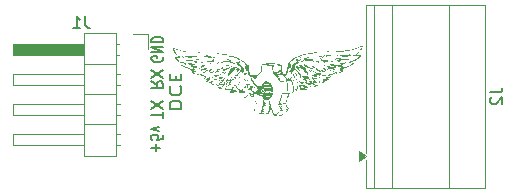
<source format=gbr>
%TF.GenerationSoftware,KiCad,Pcbnew,9.0.7*%
%TF.CreationDate,2026-01-31T03:08:44-08:00*%
%TF.ProjectId,autodir_sch,6175746f-6469-4725-9f73-63682e6b6963,A0*%
%TF.SameCoordinates,PX11a49a0PYbd83a0*%
%TF.FileFunction,Legend,Bot*%
%TF.FilePolarity,Positive*%
%FSLAX46Y46*%
G04 Gerber Fmt 4.6, Leading zero omitted, Abs format (unit mm)*
G04 Created by KiCad (PCBNEW 9.0.7) date 2026-01-31 03:08:44*
%MOMM*%
%LPD*%
G01*
G04 APERTURE LIST*
%ADD10C,0.150000*%
%ADD11C,0.200000*%
%ADD12C,0.000000*%
%ADD13C,0.120000*%
G04 APERTURE END LIST*
D10*
X6045180Y-6746666D02*
X6521371Y-7079999D01*
X6045180Y-7318094D02*
X7045180Y-7318094D01*
X7045180Y-7318094D02*
X7045180Y-6937142D01*
X7045180Y-6937142D02*
X6997561Y-6841904D01*
X6997561Y-6841904D02*
X6949942Y-6794285D01*
X6949942Y-6794285D02*
X6854704Y-6746666D01*
X6854704Y-6746666D02*
X6711847Y-6746666D01*
X6711847Y-6746666D02*
X6616609Y-6794285D01*
X6616609Y-6794285D02*
X6568990Y-6841904D01*
X6568990Y-6841904D02*
X6521371Y-6937142D01*
X6521371Y-6937142D02*
X6521371Y-7318094D01*
X7045180Y-6413332D02*
X6045180Y-5746666D01*
X7045180Y-5746666D02*
X6045180Y-6413332D01*
X6426133Y-12650475D02*
X6426133Y-12040952D01*
X6045180Y-12345713D02*
X6807085Y-12345713D01*
X7045180Y-11279047D02*
X7045180Y-11659999D01*
X7045180Y-11659999D02*
X6568990Y-11698095D01*
X6568990Y-11698095D02*
X6616609Y-11659999D01*
X6616609Y-11659999D02*
X6664228Y-11583809D01*
X6664228Y-11583809D02*
X6664228Y-11393333D01*
X6664228Y-11393333D02*
X6616609Y-11317142D01*
X6616609Y-11317142D02*
X6568990Y-11279047D01*
X6568990Y-11279047D02*
X6473752Y-11240952D01*
X6473752Y-11240952D02*
X6235657Y-11240952D01*
X6235657Y-11240952D02*
X6140419Y-11279047D01*
X6140419Y-11279047D02*
X6092800Y-11317142D01*
X6092800Y-11317142D02*
X6045180Y-11393333D01*
X6045180Y-11393333D02*
X6045180Y-11583809D01*
X6045180Y-11583809D02*
X6092800Y-11659999D01*
X6092800Y-11659999D02*
X6140419Y-11698095D01*
X6711847Y-10974285D02*
X6045180Y-10783809D01*
X6045180Y-10783809D02*
X6711847Y-10593332D01*
D11*
X7603780Y-9053142D02*
X8603780Y-9053142D01*
X8603780Y-9053142D02*
X8603780Y-8767428D01*
X8603780Y-8767428D02*
X8556161Y-8595999D01*
X8556161Y-8595999D02*
X8460923Y-8481714D01*
X8460923Y-8481714D02*
X8365685Y-8424571D01*
X8365685Y-8424571D02*
X8175209Y-8367428D01*
X8175209Y-8367428D02*
X8032352Y-8367428D01*
X8032352Y-8367428D02*
X7841876Y-8424571D01*
X7841876Y-8424571D02*
X7746638Y-8481714D01*
X7746638Y-8481714D02*
X7651400Y-8595999D01*
X7651400Y-8595999D02*
X7603780Y-8767428D01*
X7603780Y-8767428D02*
X7603780Y-9053142D01*
X7699019Y-7167428D02*
X7651400Y-7224571D01*
X7651400Y-7224571D02*
X7603780Y-7395999D01*
X7603780Y-7395999D02*
X7603780Y-7510285D01*
X7603780Y-7510285D02*
X7651400Y-7681714D01*
X7651400Y-7681714D02*
X7746638Y-7795999D01*
X7746638Y-7795999D02*
X7841876Y-7853142D01*
X7841876Y-7853142D02*
X8032352Y-7910285D01*
X8032352Y-7910285D02*
X8175209Y-7910285D01*
X8175209Y-7910285D02*
X8365685Y-7853142D01*
X8365685Y-7853142D02*
X8460923Y-7795999D01*
X8460923Y-7795999D02*
X8556161Y-7681714D01*
X8556161Y-7681714D02*
X8603780Y-7510285D01*
X8603780Y-7510285D02*
X8603780Y-7395999D01*
X8603780Y-7395999D02*
X8556161Y-7224571D01*
X8556161Y-7224571D02*
X8508542Y-7167428D01*
X8127590Y-6653142D02*
X8127590Y-6253142D01*
X7603780Y-6081714D02*
X7603780Y-6653142D01*
X7603780Y-6653142D02*
X8603780Y-6653142D01*
X8603780Y-6653142D02*
X8603780Y-6081714D01*
D10*
X7045180Y-9881904D02*
X7045180Y-9310476D01*
X6045180Y-9596190D02*
X7045180Y-9596190D01*
X7045180Y-9072380D02*
X6045180Y-8405714D01*
X7045180Y-8405714D02*
X6045180Y-9072380D01*
X7029561Y-4649523D02*
X7077180Y-4725713D01*
X7077180Y-4725713D02*
X7077180Y-4839999D01*
X7077180Y-4839999D02*
X7029561Y-4954285D01*
X7029561Y-4954285D02*
X6934323Y-5030475D01*
X6934323Y-5030475D02*
X6839085Y-5068570D01*
X6839085Y-5068570D02*
X6648609Y-5106666D01*
X6648609Y-5106666D02*
X6505752Y-5106666D01*
X6505752Y-5106666D02*
X6315276Y-5068570D01*
X6315276Y-5068570D02*
X6220038Y-5030475D01*
X6220038Y-5030475D02*
X6124800Y-4954285D01*
X6124800Y-4954285D02*
X6077180Y-4839999D01*
X6077180Y-4839999D02*
X6077180Y-4763808D01*
X6077180Y-4763808D02*
X6124800Y-4649523D01*
X6124800Y-4649523D02*
X6172419Y-4611427D01*
X6172419Y-4611427D02*
X6505752Y-4611427D01*
X6505752Y-4611427D02*
X6505752Y-4763808D01*
X6077180Y-4268570D02*
X7077180Y-4268570D01*
X7077180Y-4268570D02*
X6077180Y-3811427D01*
X6077180Y-3811427D02*
X7077180Y-3811427D01*
X6077180Y-3430475D02*
X7077180Y-3430475D01*
X7077180Y-3430475D02*
X7077180Y-3239999D01*
X7077180Y-3239999D02*
X7029561Y-3125713D01*
X7029561Y-3125713D02*
X6934323Y-3049523D01*
X6934323Y-3049523D02*
X6839085Y-3011428D01*
X6839085Y-3011428D02*
X6648609Y-2973332D01*
X6648609Y-2973332D02*
X6505752Y-2973332D01*
X6505752Y-2973332D02*
X6315276Y-3011428D01*
X6315276Y-3011428D02*
X6220038Y-3049523D01*
X6220038Y-3049523D02*
X6124800Y-3125713D01*
X6124800Y-3125713D02*
X6077180Y-3239999D01*
X6077180Y-3239999D02*
X6077180Y-3430475D01*
X448333Y-1224819D02*
X448333Y-1939104D01*
X448333Y-1939104D02*
X495952Y-2081961D01*
X495952Y-2081961D02*
X591190Y-2177200D01*
X591190Y-2177200D02*
X734047Y-2224819D01*
X734047Y-2224819D02*
X829285Y-2224819D01*
X-551667Y-2224819D02*
X19761Y-2224819D01*
X-265953Y-2224819D02*
X-265953Y-1224819D01*
X-265953Y-1224819D02*
X-170715Y-1367676D01*
X-170715Y-1367676D02*
X-75477Y-1462914D01*
X-75477Y-1462914D02*
X19761Y-1510533D01*
X34774819Y-7666666D02*
X35489104Y-7666666D01*
X35489104Y-7666666D02*
X35631961Y-7619047D01*
X35631961Y-7619047D02*
X35727200Y-7523809D01*
X35727200Y-7523809D02*
X35774819Y-7380952D01*
X35774819Y-7380952D02*
X35774819Y-7285714D01*
X34870057Y-8095238D02*
X34822438Y-8142857D01*
X34822438Y-8142857D02*
X34774819Y-8238095D01*
X34774819Y-8238095D02*
X34774819Y-8476190D01*
X34774819Y-8476190D02*
X34822438Y-8571428D01*
X34822438Y-8571428D02*
X34870057Y-8619047D01*
X34870057Y-8619047D02*
X34965295Y-8666666D01*
X34965295Y-8666666D02*
X35060533Y-8666666D01*
X35060533Y-8666666D02*
X35203390Y-8619047D01*
X35203390Y-8619047D02*
X35774819Y-8047619D01*
X35774819Y-8047619D02*
X35774819Y-8666666D01*
D12*
%TO.C,G\u002A\u002A\u002A*%
G36*
X23214193Y-4456513D02*
G01*
X23199477Y-4471229D01*
X23184761Y-4456513D01*
X23199477Y-4441797D01*
X23214193Y-4456513D01*
G37*
G36*
X22566684Y-5427776D02*
G01*
X22551968Y-5442492D01*
X22537252Y-5427776D01*
X22551968Y-5413060D01*
X22566684Y-5427776D01*
G37*
G36*
X21948608Y-5928124D02*
G01*
X21933892Y-5942840D01*
X21919176Y-5928124D01*
X21933892Y-5913408D01*
X21948608Y-5928124D01*
G37*
G36*
X21919176Y-5574937D02*
G01*
X21904460Y-5589653D01*
X21889744Y-5574937D01*
X21904460Y-5560221D01*
X21919176Y-5574937D01*
G37*
G36*
X20535862Y-6605065D02*
G01*
X20521146Y-6619781D01*
X20506430Y-6605065D01*
X20521146Y-6590349D01*
X20535862Y-6605065D01*
G37*
G36*
X19476302Y-6075285D02*
G01*
X19461586Y-6090001D01*
X19446870Y-6075285D01*
X19461586Y-6060569D01*
X19476302Y-6075285D01*
G37*
G36*
X18092988Y-5192318D02*
G01*
X18078272Y-5207035D01*
X18063556Y-5192318D01*
X18078272Y-5177602D01*
X18092988Y-5192318D01*
G37*
G36*
X17327751Y-9430557D02*
G01*
X17313034Y-9445273D01*
X17298318Y-9430557D01*
X17313034Y-9415841D01*
X17327751Y-9430557D01*
G37*
G36*
X17033428Y-9518854D02*
G01*
X17018712Y-9533570D01*
X17003996Y-9518854D01*
X17018712Y-9504138D01*
X17033428Y-9518854D01*
G37*
G36*
X14914309Y-8783048D02*
G01*
X14899593Y-8797765D01*
X14884877Y-8783048D01*
X14899593Y-8768332D01*
X14914309Y-8783048D01*
G37*
G36*
X13089512Y-4986293D02*
G01*
X13074796Y-5001009D01*
X13060080Y-4986293D01*
X13074796Y-4971577D01*
X13089512Y-4986293D01*
G37*
G36*
X12883486Y-5280615D02*
G01*
X12868770Y-5295331D01*
X12854054Y-5280615D01*
X12868770Y-5265899D01*
X12883486Y-5280615D01*
G37*
G36*
X23337441Y-4274530D02*
G01*
X23351064Y-4285124D01*
X23319659Y-4292312D01*
X23289807Y-4290231D01*
X23281029Y-4276854D01*
X23291442Y-4271022D01*
X23337441Y-4274530D01*
G37*
G36*
X22071855Y-4716014D02*
G01*
X22085479Y-4726608D01*
X22054073Y-4733796D01*
X22024221Y-4731715D01*
X22015444Y-4718337D01*
X22025856Y-4712505D01*
X22071855Y-4716014D01*
G37*
G36*
X21838237Y-4540034D02*
G01*
X21843230Y-4550253D01*
X21801447Y-4554879D01*
X21760959Y-4550776D01*
X21764657Y-4540034D01*
X21777979Y-4536146D01*
X21838237Y-4540034D01*
G37*
G36*
X20172864Y-4628201D02*
G01*
X20177469Y-4637054D01*
X20153243Y-4647823D01*
X20137662Y-4645698D01*
X20133622Y-4628201D01*
X20137935Y-4624679D01*
X20172864Y-4628201D01*
G37*
G36*
X20114000Y-6717888D02*
G01*
X20118605Y-6726741D01*
X20094379Y-6737510D01*
X20078797Y-6735386D01*
X20074757Y-6717888D01*
X20079071Y-6714366D01*
X20114000Y-6717888D01*
G37*
G36*
X20013440Y-4863788D02*
G01*
X20018433Y-4874008D01*
X19976650Y-4878633D01*
X19936162Y-4874530D01*
X19939859Y-4863788D01*
X19953182Y-4859901D01*
X20013440Y-4863788D01*
G37*
G36*
X18914766Y-6102264D02*
G01*
X18912685Y-6132116D01*
X18899308Y-6140894D01*
X18893476Y-6130481D01*
X18896984Y-6084482D01*
X18907579Y-6070859D01*
X18914766Y-6102264D01*
G37*
G36*
X18652200Y-6531484D02*
G01*
X18650076Y-6547066D01*
X18632579Y-6551106D01*
X18629056Y-6546792D01*
X18632579Y-6511863D01*
X18641431Y-6507258D01*
X18652200Y-6531484D01*
G37*
G36*
X17965448Y-5099116D02*
G01*
X17970053Y-5107969D01*
X17945827Y-5118738D01*
X17930246Y-5116614D01*
X17926206Y-5099116D01*
X17930519Y-5095594D01*
X17965448Y-5099116D01*
G37*
G36*
X17906584Y-5187413D02*
G01*
X17911189Y-5196266D01*
X17886963Y-5207035D01*
X17871381Y-5204911D01*
X17867341Y-5187413D01*
X17871655Y-5183891D01*
X17906584Y-5187413D01*
G37*
G36*
X17317940Y-8954736D02*
G01*
X17322544Y-8963589D01*
X17298318Y-8974358D01*
X17282737Y-8972234D01*
X17278697Y-8954736D01*
X17283011Y-8951214D01*
X17317940Y-8954736D01*
G37*
G36*
X17111914Y-8866440D02*
G01*
X17116519Y-8875292D01*
X17092293Y-8886061D01*
X17076711Y-8883937D01*
X17072671Y-8866440D01*
X17076985Y-8862917D01*
X17111914Y-8866440D01*
G37*
G36*
X15891091Y-9219142D02*
G01*
X15904714Y-9229736D01*
X15873309Y-9236924D01*
X15843457Y-9234843D01*
X15834679Y-9221466D01*
X15845092Y-9215633D01*
X15891091Y-9219142D01*
G37*
G36*
X15846329Y-9131330D02*
G01*
X15850934Y-9140182D01*
X15826708Y-9150951D01*
X15811126Y-9148827D01*
X15807086Y-9131330D01*
X15811400Y-9127807D01*
X15846329Y-9131330D01*
G37*
G36*
X15816897Y-8895872D02*
G01*
X15821501Y-8904725D01*
X15797275Y-8915493D01*
X15781694Y-8913369D01*
X15777654Y-8895872D01*
X15781968Y-8892350D01*
X15816897Y-8895872D01*
G37*
G36*
X15728600Y-9219626D02*
G01*
X15733205Y-9228479D01*
X15708979Y-9239248D01*
X15693397Y-9237124D01*
X15689357Y-9219626D01*
X15693671Y-9216104D01*
X15728600Y-9219626D01*
G37*
G36*
X15640304Y-8895872D02*
G01*
X15644908Y-8904725D01*
X15620682Y-8915493D01*
X15605101Y-8913369D01*
X15601061Y-8895872D01*
X15605374Y-8892350D01*
X15640304Y-8895872D01*
G37*
G36*
X15002606Y-7385018D02*
G01*
X15000482Y-7400600D01*
X14982984Y-7404640D01*
X14979462Y-7400326D01*
X14982984Y-7365397D01*
X14991837Y-7360792D01*
X15002606Y-7385018D01*
G37*
G36*
X14315854Y-7512558D02*
G01*
X14320459Y-7521411D01*
X14296233Y-7532179D01*
X14280651Y-7530055D01*
X14276611Y-7512558D01*
X14280925Y-7509035D01*
X14315854Y-7512558D01*
G37*
G36*
X13324970Y-6884671D02*
G01*
X13322845Y-6900252D01*
X13305348Y-6904292D01*
X13301826Y-6899978D01*
X13305348Y-6865049D01*
X13314201Y-6860445D01*
X13324970Y-6884671D01*
G37*
G36*
X13261458Y-5972272D02*
G01*
X13257355Y-6012760D01*
X13246613Y-6009062D01*
X13242725Y-5995740D01*
X13246613Y-5935482D01*
X13256833Y-5930489D01*
X13261458Y-5972272D01*
G37*
G36*
X12035471Y-4745446D02*
G01*
X12049094Y-4756040D01*
X12017689Y-4763228D01*
X11987837Y-4761147D01*
X11979059Y-4747769D01*
X11989472Y-4741937D01*
X12035471Y-4745446D01*
G37*
G36*
X10313073Y-6011515D02*
G01*
X10317678Y-6020368D01*
X10293452Y-6031137D01*
X10277870Y-6029012D01*
X10273830Y-6011515D01*
X10278144Y-6007993D01*
X10313073Y-6011515D01*
G37*
G36*
X19783812Y-4636592D02*
G01*
X19806402Y-4646785D01*
X19829489Y-4665688D01*
X19821331Y-4676652D01*
X19787596Y-4672558D01*
X19756116Y-4648160D01*
X19753430Y-4634536D01*
X19783812Y-4636592D01*
G37*
G36*
X18828793Y-6191277D02*
G01*
X18828218Y-6206137D01*
X18814315Y-6235861D01*
X18785902Y-6209764D01*
X18781902Y-6199151D01*
X18798881Y-6163878D01*
X18814313Y-6160963D01*
X18828793Y-6191277D01*
G37*
G36*
X17714467Y-6472143D02*
G01*
X17657956Y-6517352D01*
X17629278Y-6528779D01*
X17622073Y-6506776D01*
X17645548Y-6479373D01*
X17703011Y-6447435D01*
X17783950Y-6412801D01*
X17714467Y-6472143D01*
G37*
G36*
X17698464Y-6114886D02*
G01*
X17689378Y-6127960D01*
X17664484Y-6148865D01*
X17660369Y-6148579D01*
X17653888Y-6131542D01*
X17685485Y-6101907D01*
X17701933Y-6094745D01*
X17698464Y-6114886D01*
G37*
G36*
X17179111Y-9488508D02*
G01*
X17189861Y-9498301D01*
X17192464Y-9538168D01*
X17179322Y-9551113D01*
X17142439Y-9536625D01*
X17126074Y-9510115D01*
X17137328Y-9481644D01*
X17179111Y-9488508D01*
G37*
G36*
X13901708Y-6703530D02*
G01*
X13897798Y-6709521D01*
X13868717Y-6736628D01*
X13854749Y-6724531D01*
X13857380Y-6717911D01*
X13888729Y-6690551D01*
X13905177Y-6683390D01*
X13901708Y-6703530D01*
G37*
G36*
X13813412Y-6350343D02*
G01*
X13804326Y-6363418D01*
X13779432Y-6384323D01*
X13775317Y-6384037D01*
X13768836Y-6366999D01*
X13800432Y-6337364D01*
X13816881Y-6330203D01*
X13813412Y-6350343D01*
G37*
G36*
X12665692Y-6333311D02*
G01*
X12671103Y-6344944D01*
X12660303Y-6388273D01*
X12641069Y-6410547D01*
X12624858Y-6388392D01*
X12621251Y-6361020D01*
X12636596Y-6328478D01*
X12665692Y-6333311D01*
G37*
G36*
X12133561Y-4923585D02*
G01*
X12155863Y-4938150D01*
X12161642Y-4972798D01*
X12144255Y-4987212D01*
X12100201Y-4968812D01*
X12073675Y-4938426D01*
X12081738Y-4915458D01*
X12133561Y-4923585D01*
G37*
G36*
X11929750Y-6144318D02*
G01*
X11925840Y-6150309D01*
X11896759Y-6177415D01*
X11882791Y-6165319D01*
X11885422Y-6158698D01*
X11916771Y-6131339D01*
X11933219Y-6124178D01*
X11929750Y-6144318D01*
G37*
G36*
X11073109Y-5206554D02*
G01*
X11076024Y-5221986D01*
X11045710Y-5236467D01*
X11030850Y-5235891D01*
X11001126Y-5221988D01*
X11027223Y-5193575D01*
X11037836Y-5189576D01*
X11073109Y-5206554D01*
G37*
G36*
X23322265Y-4778309D02*
G01*
X23289922Y-4810332D01*
X23249667Y-4834154D01*
X23217194Y-4837227D01*
X23214925Y-4833765D01*
X23228804Y-4807040D01*
X23270619Y-4779337D01*
X23317206Y-4766938D01*
X23322265Y-4778309D01*
G37*
G36*
X23079415Y-4856159D02*
G01*
X23081748Y-4883280D01*
X23075707Y-4892088D01*
X23050579Y-4912712D01*
X23047642Y-4911947D01*
X23037600Y-4883280D01*
X23038798Y-4875213D01*
X23068769Y-4853848D01*
X23079415Y-4856159D01*
G37*
G36*
X22073372Y-5060729D02*
G01*
X22095769Y-5089306D01*
X22094914Y-5096341D01*
X22066337Y-5118738D01*
X22059302Y-5117883D01*
X22036905Y-5089306D01*
X22037760Y-5082271D01*
X22066337Y-5059874D01*
X22073372Y-5060729D01*
G37*
G36*
X21512600Y-5887578D02*
G01*
X21536557Y-5913408D01*
X21535764Y-5920391D01*
X21508862Y-5942840D01*
X21500604Y-5941717D01*
X21462976Y-5913408D01*
X21460208Y-5898244D01*
X21490672Y-5883975D01*
X21512600Y-5887578D01*
G37*
G36*
X21194918Y-4820991D02*
G01*
X21196830Y-4855882D01*
X21192316Y-4862090D01*
X21153938Y-4883280D01*
X21130509Y-4876843D01*
X21108363Y-4843891D01*
X21124026Y-4809996D01*
X21159535Y-4802351D01*
X21194918Y-4820991D01*
G37*
G36*
X20926207Y-6065066D02*
G01*
X20933197Y-6090001D01*
X20927164Y-6098905D01*
X20903764Y-6119433D01*
X20899507Y-6118048D01*
X20874332Y-6090001D01*
X20871975Y-6074413D01*
X20903764Y-6060569D01*
X20926207Y-6065066D01*
G37*
G36*
X20745935Y-5362413D02*
G01*
X20771319Y-5383628D01*
X20760618Y-5404843D01*
X20715758Y-5409722D01*
X20653591Y-5383628D01*
X20640551Y-5374265D01*
X20638997Y-5359041D01*
X20690381Y-5354646D01*
X20745935Y-5362413D01*
G37*
G36*
X20245784Y-5420367D02*
G01*
X20270972Y-5442492D01*
X20252704Y-5461850D01*
X20197391Y-5471925D01*
X20148998Y-5464617D01*
X20123811Y-5442492D01*
X20142079Y-5423135D01*
X20197391Y-5413060D01*
X20245784Y-5420367D01*
G37*
G36*
X19342681Y-6624762D02*
G01*
X19358573Y-6663929D01*
X19355253Y-6684239D01*
X19329141Y-6708077D01*
X19315601Y-6703097D01*
X19299709Y-6663929D01*
X19303029Y-6643620D01*
X19329141Y-6619781D01*
X19342681Y-6624762D01*
G37*
G36*
X18982761Y-5119869D02*
G01*
X19005387Y-5148170D01*
X19005049Y-5154831D01*
X18992408Y-5177602D01*
X18987686Y-5176248D01*
X18961238Y-5148170D01*
X18956639Y-5136769D01*
X18974217Y-5118738D01*
X18982761Y-5119869D01*
G37*
G36*
X18737510Y-4678109D02*
G01*
X18769012Y-4702405D01*
X18751108Y-4745130D01*
X18738854Y-4752587D01*
X18701106Y-4743383D01*
X18681632Y-4704950D01*
X18686600Y-4692226D01*
X18725781Y-4677255D01*
X18737510Y-4678109D01*
G37*
G36*
X18688667Y-6002560D02*
G01*
X18711065Y-6031137D01*
X18710209Y-6038172D01*
X18681632Y-6060569D01*
X18674597Y-6059713D01*
X18652200Y-6031137D01*
X18653055Y-6024102D01*
X18681632Y-6001704D01*
X18688667Y-6002560D01*
G37*
G36*
X18259261Y-6489202D02*
G01*
X18262159Y-6546200D01*
X18261779Y-6577380D01*
X18257315Y-6619646D01*
X18249359Y-6612766D01*
X18244026Y-6571727D01*
X18248765Y-6495037D01*
X18252614Y-6480555D01*
X18259261Y-6489202D01*
G37*
G36*
X17993361Y-6165296D02*
G01*
X18004691Y-6205993D01*
X17998941Y-6241869D01*
X17975259Y-6266594D01*
X17962283Y-6262223D01*
X17945827Y-6224183D01*
X17948178Y-6206166D01*
X17975259Y-6163582D01*
X17993361Y-6165296D01*
G37*
G36*
X15805583Y-8415988D02*
G01*
X15826708Y-8444578D01*
X15821092Y-8458644D01*
X15780822Y-8474010D01*
X15759799Y-8469775D01*
X15753127Y-8444578D01*
X15759151Y-8436540D01*
X15799012Y-8415146D01*
X15805583Y-8415988D01*
G37*
G36*
X14814830Y-7219446D02*
G01*
X14826012Y-7267290D01*
X14823913Y-7301386D01*
X14814729Y-7326154D01*
X14805138Y-7314838D01*
X14788052Y-7267290D01*
X14784196Y-7231864D01*
X14799336Y-7208425D01*
X14814830Y-7219446D01*
G37*
G36*
X14302119Y-6761055D02*
G01*
X14308880Y-6768246D01*
X14313582Y-6790439D01*
X14266800Y-6796374D01*
X14252634Y-6796159D01*
X14216994Y-6787414D01*
X14231482Y-6761055D01*
X14262068Y-6740891D01*
X14302119Y-6761055D01*
G37*
G36*
X14242844Y-6652815D02*
G01*
X14266800Y-6678645D01*
X14266008Y-6685628D01*
X14239105Y-6708077D01*
X14230848Y-6706955D01*
X14193220Y-6678645D01*
X14190451Y-6663482D01*
X14220915Y-6649213D01*
X14242844Y-6652815D01*
G37*
G36*
X14214742Y-6267725D02*
G01*
X14237368Y-6296026D01*
X14237031Y-6302687D01*
X14224389Y-6325459D01*
X14219668Y-6324104D01*
X14193220Y-6296026D01*
X14188621Y-6284626D01*
X14206199Y-6266594D01*
X14214742Y-6267725D01*
G37*
G36*
X14030892Y-6362249D02*
G01*
X14027604Y-6420870D01*
X14014596Y-6440725D01*
X13993066Y-6403728D01*
X13989071Y-6381227D01*
X14004183Y-6322790D01*
X14009665Y-6314839D01*
X14025808Y-6311378D01*
X14030892Y-6362249D01*
G37*
G36*
X14031343Y-7021040D02*
G01*
X14031126Y-7025765D01*
X14011721Y-7071075D01*
X14007644Y-7074579D01*
X13976893Y-7075490D01*
X13974027Y-7062918D01*
X13996515Y-7025455D01*
X14016410Y-7010097D01*
X14031343Y-7021040D01*
G37*
G36*
X14069481Y-7171977D02*
G01*
X14090207Y-7224878D01*
X14074988Y-7252511D01*
X14016627Y-7267290D01*
X13962313Y-7258892D01*
X13946312Y-7228602D01*
X13985905Y-7180063D01*
X14020871Y-7161559D01*
X14069481Y-7171977D01*
G37*
G36*
X13934585Y-6906105D02*
G01*
X13925387Y-6955308D01*
X13912363Y-6980310D01*
X13891626Y-6990222D01*
X13886756Y-6975079D01*
X13895954Y-6925876D01*
X13908978Y-6900874D01*
X13929715Y-6890962D01*
X13934585Y-6906105D01*
G37*
G36*
X13920420Y-7474446D02*
G01*
X13943046Y-7502747D01*
X13942709Y-7509408D01*
X13930067Y-7532179D01*
X13925346Y-7530825D01*
X13898898Y-7502747D01*
X13894299Y-7491346D01*
X13911877Y-7473315D01*
X13920420Y-7474446D01*
G37*
G36*
X13931038Y-6337298D02*
G01*
X13943046Y-6386060D01*
X13936780Y-6419460D01*
X13913614Y-6428471D01*
X13902119Y-6417980D01*
X13884182Y-6367870D01*
X13887215Y-6349172D01*
X13913614Y-6325459D01*
X13931038Y-6337298D01*
G37*
G36*
X13825317Y-6882934D02*
G01*
X13824186Y-6891477D01*
X13795885Y-6914103D01*
X13789224Y-6913766D01*
X13766453Y-6901124D01*
X13767807Y-6896403D01*
X13795885Y-6869955D01*
X13807286Y-6865356D01*
X13825317Y-6882934D01*
G37*
G36*
X13156684Y-7238700D02*
G01*
X13177808Y-7267290D01*
X13172193Y-7281355D01*
X13131923Y-7296722D01*
X13110900Y-7292486D01*
X13104228Y-7267290D01*
X13110252Y-7259252D01*
X13150113Y-7237857D01*
X13156684Y-7238700D01*
G37*
G36*
X13127252Y-4825258D02*
G01*
X13148376Y-4853848D01*
X13142760Y-4867914D01*
X13102491Y-4883280D01*
X13081468Y-4879045D01*
X13074796Y-4853848D01*
X13080820Y-4845810D01*
X13120681Y-4824416D01*
X13127252Y-4825258D01*
G37*
G36*
X13025584Y-6526093D02*
G01*
X13016635Y-6588131D01*
X12983880Y-6637279D01*
X12938636Y-6645304D01*
X12902447Y-6605514D01*
X12903388Y-6572405D01*
X12945968Y-6529549D01*
X12997464Y-6509721D01*
X13025584Y-6526093D01*
G37*
G36*
X12873676Y-5452303D02*
G01*
X12877929Y-5459762D01*
X12869980Y-5499399D01*
X12850945Y-5519795D01*
X12813708Y-5529005D01*
X12795190Y-5503094D01*
X12804069Y-5478141D01*
X12839251Y-5450084D01*
X12873676Y-5452303D01*
G37*
G36*
X12543839Y-6801355D02*
G01*
X12559732Y-6840522D01*
X12556411Y-6860832D01*
X12530300Y-6884671D01*
X12516760Y-6879690D01*
X12500868Y-6840522D01*
X12504188Y-6820213D01*
X12530300Y-6796374D01*
X12543839Y-6801355D01*
G37*
G36*
X12303150Y-6444030D02*
G01*
X12324274Y-6472620D01*
X12318659Y-6486685D01*
X12278389Y-6502052D01*
X12257366Y-6497817D01*
X12250694Y-6472620D01*
X12256718Y-6464582D01*
X12296579Y-6443188D01*
X12303150Y-6444030D01*
G37*
G36*
X12296987Y-4739942D02*
G01*
X12338990Y-4765551D01*
X12345073Y-4787230D01*
X12319335Y-4791551D01*
X12265410Y-4765551D01*
X12259487Y-4761680D01*
X12238093Y-4741333D01*
X12271031Y-4736570D01*
X12296987Y-4739942D01*
G37*
G36*
X11857864Y-6655848D02*
G01*
X11882791Y-6678645D01*
X11881880Y-6688502D01*
X11855401Y-6706032D01*
X11794494Y-6678645D01*
X11784136Y-6671623D01*
X11773563Y-6654311D01*
X11816569Y-6649664D01*
X11857864Y-6655848D01*
G37*
G36*
X11639415Y-5539825D02*
G01*
X11644476Y-5541281D01*
X11648833Y-5550239D01*
X11603185Y-5554483D01*
X11596215Y-5554524D01*
X11550140Y-5550578D01*
X11551119Y-5540915D01*
X11575303Y-5535516D01*
X11639415Y-5539825D01*
G37*
G36*
X11249422Y-6371693D02*
G01*
X11220403Y-6413936D01*
X11180138Y-6450362D01*
X11152783Y-6458795D01*
X11149461Y-6449449D01*
X11166661Y-6412061D01*
X11204597Y-6372969D01*
X11243448Y-6354891D01*
X11249422Y-6371693D01*
G37*
G36*
X11058689Y-6735773D02*
G01*
X11057558Y-6744316D01*
X11029257Y-6766942D01*
X11022596Y-6766604D01*
X10999825Y-6753963D01*
X11001179Y-6749242D01*
X11029257Y-6722794D01*
X11040658Y-6718195D01*
X11058689Y-6735773D01*
G37*
G36*
X11041309Y-6351420D02*
G01*
X11042716Y-6386357D01*
X11038233Y-6392477D01*
X10998088Y-6413755D01*
X10989839Y-6412732D01*
X10970992Y-6386409D01*
X10989214Y-6345880D01*
X11010194Y-6336213D01*
X11041309Y-6351420D01*
G37*
G36*
X10594294Y-4884403D02*
G01*
X10631922Y-4912712D01*
X10634691Y-4927876D01*
X10604227Y-4942145D01*
X10582298Y-4938543D01*
X10558341Y-4912712D01*
X10559134Y-4905729D01*
X10586037Y-4883280D01*
X10594294Y-4884403D01*
G37*
G36*
X8705184Y-4618941D02*
G01*
X8731693Y-4624965D01*
X8704112Y-4647823D01*
X8663252Y-4669501D01*
X8628157Y-4673822D01*
X8630532Y-4647823D01*
X8645274Y-4633839D01*
X8698491Y-4618841D01*
X8705184Y-4618941D01*
G37*
G36*
X18646470Y-5708140D02*
G01*
X18650131Y-5773605D01*
X18650019Y-5793611D01*
X18641193Y-5858008D01*
X18622768Y-5883975D01*
X18599450Y-5860607D01*
X18599282Y-5800760D01*
X18622768Y-5722098D01*
X18637040Y-5695915D01*
X18646470Y-5708140D01*
G37*
G36*
X14798050Y-9118362D02*
G01*
X14835389Y-9161648D01*
X14839260Y-9167679D01*
X14864105Y-9218422D01*
X14859727Y-9239248D01*
X14818457Y-9218536D01*
X14781390Y-9168333D01*
X14773063Y-9118489D01*
X14774340Y-9115640D01*
X14798050Y-9118362D01*
G37*
G36*
X13342287Y-6628389D02*
G01*
X13353951Y-6687740D01*
X13353658Y-6702532D01*
X13346585Y-6731613D01*
X13324970Y-6708077D01*
X13319193Y-6698552D01*
X13298778Y-6644737D01*
X13300703Y-6607213D01*
X13324970Y-6605065D01*
X13342287Y-6628389D01*
G37*
G36*
X12377690Y-5977973D02*
G01*
X12339154Y-6030956D01*
X12296077Y-6070147D01*
X12255718Y-6090001D01*
X12252058Y-6089204D01*
X12256894Y-6064675D01*
X12294733Y-6016537D01*
X12339757Y-5975267D01*
X12374892Y-5958437D01*
X12377690Y-5977973D01*
G37*
G36*
X10189543Y-5603706D02*
G01*
X10205155Y-5663234D01*
X10201019Y-5709928D01*
X10175794Y-5734175D01*
X10119928Y-5709902D01*
X10112942Y-5704708D01*
X10094059Y-5659103D01*
X10112830Y-5611595D01*
X10160083Y-5589653D01*
X10189543Y-5603706D01*
G37*
G36*
X21242200Y-5800077D02*
G01*
X21248367Y-5802306D01*
X21301351Y-5830948D01*
X21314043Y-5857410D01*
X21300451Y-5872075D01*
X21247507Y-5881159D01*
X21189257Y-5848657D01*
X21185759Y-5845110D01*
X21155380Y-5800741D01*
X21175051Y-5784944D01*
X21242200Y-5800077D01*
G37*
G36*
X20481095Y-4620281D02*
G01*
X20405313Y-4664613D01*
X20333288Y-4675392D01*
X20285688Y-4647823D01*
X20280650Y-4636861D01*
X20291309Y-4617688D01*
X20298972Y-4616937D01*
X20353134Y-4607252D01*
X20432849Y-4590147D01*
X20550578Y-4563307D01*
X20481095Y-4620281D01*
G37*
G36*
X19635364Y-6278033D02*
G01*
X19630481Y-6288109D01*
X19594417Y-6319243D01*
X19554201Y-6323399D01*
X19535167Y-6296026D01*
X19535486Y-6289375D01*
X19547475Y-6266594D01*
X19559598Y-6264261D01*
X19606674Y-6248601D01*
X19637789Y-6244433D01*
X19635364Y-6278033D01*
G37*
G36*
X18183519Y-6296302D02*
G01*
X18202657Y-6326583D01*
X18210266Y-6391681D01*
X18209250Y-6427360D01*
X18200827Y-6460391D01*
X18181285Y-6443188D01*
X18176461Y-6435191D01*
X18155340Y-6373460D01*
X18156948Y-6319281D01*
X18181285Y-6296026D01*
X18183519Y-6296302D01*
G37*
G36*
X18092988Y-6104717D02*
G01*
X18107301Y-6148596D01*
X18120352Y-6231541D01*
X18114739Y-6271677D01*
X18092988Y-6281310D01*
X18088791Y-6277583D01*
X18071545Y-6230313D01*
X18065625Y-6154486D01*
X18068281Y-6097384D01*
X18076475Y-6076715D01*
X18092988Y-6104717D01*
G37*
G36*
X12522827Y-5386222D02*
G01*
X12613773Y-5389875D01*
X12649502Y-5398569D01*
X12633313Y-5413060D01*
X12564712Y-5433041D01*
X12463110Y-5437168D01*
X12383139Y-5413060D01*
X12375516Y-5397303D01*
X12418004Y-5388241D01*
X12515584Y-5386147D01*
X12522827Y-5386222D01*
G37*
G36*
X11416319Y-4685648D02*
G01*
X11456024Y-4706687D01*
X11456384Y-4707295D01*
X11443757Y-4728009D01*
X11385917Y-4736119D01*
X11319135Y-4727725D01*
X11279431Y-4706687D01*
X11279071Y-4706079D01*
X11291698Y-4685365D01*
X11349537Y-4677255D01*
X11416319Y-4685648D01*
G37*
G36*
X10151122Y-4272745D02*
G01*
X10175723Y-4294636D01*
X10171269Y-4302334D01*
X10127000Y-4317100D01*
X10050636Y-4322000D01*
X9983742Y-4318952D01*
X9959717Y-4310509D01*
X9984413Y-4294636D01*
X10015662Y-4283227D01*
X10090953Y-4268942D01*
X10151122Y-4272745D01*
G37*
G36*
X19441706Y-5776716D02*
G01*
X19486439Y-5808795D01*
X19548902Y-5866316D01*
X19586657Y-5906745D01*
X19619729Y-5954611D01*
X19612344Y-5972272D01*
X19576167Y-5955733D01*
X19523631Y-5911473D01*
X19471551Y-5855649D01*
X19434983Y-5804515D01*
X19428982Y-5774324D01*
X19441706Y-5776716D01*
G37*
G36*
X15540278Y-7462776D02*
G01*
X15572438Y-7515094D01*
X15573893Y-7572597D01*
X15565317Y-7590066D01*
X15518364Y-7618594D01*
X15448408Y-7594336D01*
X15447135Y-7593518D01*
X15423760Y-7560785D01*
X15442086Y-7506490D01*
X15468962Y-7466823D01*
X15500385Y-7443883D01*
X15540278Y-7462776D01*
G37*
G36*
X20307762Y-6395205D02*
G01*
X20368203Y-6406493D01*
X20456660Y-6413353D01*
X20510137Y-6421774D01*
X20521146Y-6443188D01*
X20511290Y-6451174D01*
X20455430Y-6466524D01*
X20372248Y-6472620D01*
X20307328Y-6470150D01*
X20255917Y-6455923D01*
X20241540Y-6425039D01*
X20255697Y-6392439D01*
X20307762Y-6395205D01*
G37*
G36*
X10490689Y-5103755D02*
G01*
X10459428Y-5123574D01*
X10375884Y-5148569D01*
X10290065Y-5165427D01*
X10219871Y-5173695D01*
X10184851Y-5170624D01*
X10189301Y-5157423D01*
X10231075Y-5138326D01*
X10299669Y-5117973D01*
X10384577Y-5100998D01*
X10392677Y-5099791D01*
X10468745Y-5094149D01*
X10490689Y-5103755D01*
G37*
G36*
X19336774Y-5232229D02*
G01*
X19415784Y-5241086D01*
X19476302Y-5256278D01*
X19483039Y-5259224D01*
X19492579Y-5275900D01*
X19446870Y-5293989D01*
X19385283Y-5300757D01*
X19295650Y-5294953D01*
X19211724Y-5278047D01*
X19160027Y-5253757D01*
X19158319Y-5245013D01*
X19191088Y-5234057D01*
X19256224Y-5229841D01*
X19336774Y-5232229D01*
G37*
G36*
X18233180Y-5966293D02*
G01*
X18276013Y-6011981D01*
X18339039Y-6096832D01*
X18366488Y-6138381D01*
X18426626Y-6256273D01*
X18444798Y-6355146D01*
X18443421Y-6457904D01*
X18389485Y-6319963D01*
X18374581Y-6283663D01*
X18322232Y-6171456D01*
X18269775Y-6075599D01*
X18226303Y-5997990D01*
X18215093Y-5961164D01*
X18233180Y-5966293D01*
G37*
G36*
X13978274Y-6536158D02*
G01*
X14001910Y-6572043D01*
X14018857Y-6610888D01*
X14068133Y-6658795D01*
X14105202Y-6691789D01*
X14101534Y-6706534D01*
X14098065Y-6706462D01*
X14049646Y-6686676D01*
X13988419Y-6644187D01*
X13935901Y-6595915D01*
X13913614Y-6558780D01*
X13918578Y-6546243D01*
X13957762Y-6531484D01*
X13978274Y-6536158D01*
G37*
G36*
X13609349Y-6271184D02*
G01*
X13599055Y-6303385D01*
X13597487Y-6305507D01*
X13562076Y-6357377D01*
X13516765Y-6427870D01*
X13507516Y-6441934D01*
X13470830Y-6482277D01*
X13449999Y-6479806D01*
X13448927Y-6467465D01*
X13468031Y-6412286D01*
X13508739Y-6345880D01*
X13556176Y-6290049D01*
X13595467Y-6266594D01*
X13609349Y-6271184D01*
G37*
G36*
X12212612Y-5945710D02*
G01*
X12235978Y-5969348D01*
X12233870Y-5975061D01*
X12195980Y-6000353D01*
X12125607Y-6025171D01*
X12120957Y-6026405D01*
X12030118Y-6049099D01*
X11987536Y-6053677D01*
X11985235Y-6038445D01*
X12015236Y-6001704D01*
X12029209Y-5988940D01*
X12088342Y-5958568D01*
X12156438Y-5943137D01*
X12212612Y-5945710D01*
G37*
G36*
X11588469Y-6572484D02*
G01*
X11581816Y-6595687D01*
X11542724Y-6614498D01*
X11457761Y-6619781D01*
X11421292Y-6618847D01*
X11348098Y-6610244D01*
X11312084Y-6595560D01*
X11311118Y-6593383D01*
X11331616Y-6577923D01*
X11391286Y-6571891D01*
X11470900Y-6565657D01*
X11536963Y-6548815D01*
X11574573Y-6540467D01*
X11588469Y-6572484D01*
G37*
G36*
X9893169Y-5024110D02*
G01*
X10000098Y-5072577D01*
X9903971Y-5122286D01*
X9824085Y-5155263D01*
X9777799Y-5150293D01*
X9763672Y-5104332D01*
X9749212Y-5076715D01*
X9697449Y-5052459D01*
X9656573Y-5043823D01*
X9656731Y-5032062D01*
X9708733Y-5008297D01*
X9739502Y-4997358D01*
X9807323Y-4994158D01*
X9893169Y-5024110D01*
G37*
G36*
X9599720Y-4248900D02*
G01*
X9690091Y-4265204D01*
X9714842Y-4273117D01*
X9712950Y-4282171D01*
X9659273Y-4287965D01*
X9550288Y-4291154D01*
X9538816Y-4291299D01*
X9425514Y-4288864D01*
X9349782Y-4279765D01*
X9322189Y-4265204D01*
X9345007Y-4249798D01*
X9410146Y-4241197D01*
X9500727Y-4240898D01*
X9599720Y-4248900D01*
G37*
G36*
X21310902Y-5003138D02*
G01*
X21393106Y-5018734D01*
X21476087Y-5044006D01*
X21540247Y-5072409D01*
X21565989Y-5097397D01*
X21550293Y-5110873D01*
X21499767Y-5105577D01*
X21485841Y-5101709D01*
X21404731Y-5084349D01*
X21309045Y-5068951D01*
X21239593Y-5052961D01*
X21203686Y-5029908D01*
X21214915Y-5009686D01*
X21277347Y-5001009D01*
X21310902Y-5003138D01*
G37*
G36*
X19688473Y-5802337D02*
G01*
X19751805Y-5820256D01*
X19799720Y-5846368D01*
X19838984Y-5884911D01*
X19858921Y-5916506D01*
X19858160Y-5918573D01*
X19827151Y-5918632D01*
X19764692Y-5902653D01*
X19690000Y-5877092D01*
X19622292Y-5848405D01*
X19580786Y-5823050D01*
X19574739Y-5815710D01*
X19583063Y-5798266D01*
X19626600Y-5794408D01*
X19688473Y-5802337D01*
G37*
G36*
X18548967Y-6433354D02*
G01*
X18563871Y-6502052D01*
X18570677Y-6534144D01*
X18592186Y-6632873D01*
X18609332Y-6708077D01*
X18609711Y-6709672D01*
X18615199Y-6756773D01*
X18596494Y-6751829D01*
X18581733Y-6721155D01*
X18563881Y-6645052D01*
X18551033Y-6545804D01*
X18549821Y-6531567D01*
X18542888Y-6444887D01*
X18542288Y-6413224D01*
X18548967Y-6433354D01*
G37*
G36*
X14861731Y-8320760D02*
G01*
X14911098Y-8381204D01*
X14947454Y-8449685D01*
X14972906Y-8574055D01*
X14955308Y-8692345D01*
X14948736Y-8708295D01*
X14927999Y-8738218D01*
X14919808Y-8717659D01*
X14928501Y-8652988D01*
X14928631Y-8562823D01*
X14884638Y-8444111D01*
X14874427Y-8423645D01*
X14841802Y-8345770D01*
X14838101Y-8310212D01*
X14861731Y-8320760D01*
G37*
G36*
X11754927Y-5137065D02*
G01*
X11740169Y-5160118D01*
X11672727Y-5205339D01*
X11624321Y-5234330D01*
X11573587Y-5260864D01*
X11563423Y-5256323D01*
X11588469Y-5221751D01*
X11593066Y-5216101D01*
X11607163Y-5184256D01*
X11569999Y-5174218D01*
X11558994Y-5172190D01*
X11573244Y-5162281D01*
X11632617Y-5147889D01*
X11715721Y-5134346D01*
X11754927Y-5137065D01*
G37*
G36*
X10028562Y-6103759D02*
G01*
X10036714Y-6138367D01*
X10069273Y-6122286D01*
X10102400Y-6104424D01*
X10126109Y-6130521D01*
X10131417Y-6150946D01*
X10124641Y-6190136D01*
X10108606Y-6200415D01*
X10060584Y-6202387D01*
X9974245Y-6182469D01*
X9905213Y-6163075D01*
X9966887Y-6107260D01*
X10003506Y-6075772D01*
X10024666Y-6070026D01*
X10028562Y-6103759D01*
G37*
G36*
X18049977Y-6507925D02*
G01*
X18097123Y-6540521D01*
X18108947Y-6583007D01*
X18105457Y-6617074D01*
X18123561Y-6680777D01*
X18126011Y-6685426D01*
X18138138Y-6726758D01*
X18108740Y-6737510D01*
X18077207Y-6720353D01*
X18063556Y-6652362D01*
X18052350Y-6590189D01*
X18019408Y-6550273D01*
X17998765Y-6538879D01*
X17975259Y-6503607D01*
X17992127Y-6490499D01*
X18049977Y-6507925D01*
G37*
G36*
X20132864Y-5029582D02*
G01*
X20160458Y-5034069D01*
X20243535Y-5052449D01*
X20288735Y-5070351D01*
X20289454Y-5084034D01*
X20239087Y-5089756D01*
X20219860Y-5090186D01*
X20190129Y-5097656D01*
X20212107Y-5118738D01*
X20218013Y-5122598D01*
X20239392Y-5142951D01*
X20206391Y-5147719D01*
X20200989Y-5147415D01*
X20142930Y-5125158D01*
X20075359Y-5078353D01*
X19994192Y-5008537D01*
X20132864Y-5029582D01*
G37*
G36*
X13520429Y-6738557D02*
G01*
X13528349Y-6772324D01*
X13524442Y-6838944D01*
X13511745Y-6918367D01*
X13493296Y-6990542D01*
X13472131Y-7035418D01*
X13465448Y-7042841D01*
X13418159Y-7081991D01*
X13392442Y-7080949D01*
X13398514Y-7039190D01*
X13404731Y-7023426D01*
X13431511Y-6951530D01*
X13463294Y-6862597D01*
X13476677Y-6825676D01*
X13502433Y-6762497D01*
X13517260Y-6737510D01*
X13520429Y-6738557D01*
G37*
G36*
X13078134Y-7002488D02*
G01*
X13159026Y-7007412D01*
X13197479Y-7023412D01*
X13207241Y-7055378D01*
X13203024Y-7084621D01*
X13171922Y-7143674D01*
X13143258Y-7167730D01*
X13100226Y-7171647D01*
X13060080Y-7120128D01*
X13032609Y-7084587D01*
X12987201Y-7061264D01*
X12970293Y-7059090D01*
X12927635Y-7031832D01*
X12928218Y-7021680D01*
X12969688Y-7007501D01*
X13058343Y-7002400D01*
X13078134Y-7002488D01*
G37*
G36*
X20800752Y-4509871D02*
G01*
X20800237Y-4514900D01*
X20773165Y-4563654D01*
X20717884Y-4624848D01*
X20652401Y-4680691D01*
X20594726Y-4713396D01*
X20547943Y-4723767D01*
X20508227Y-4712110D01*
X20514508Y-4669496D01*
X20567974Y-4600909D01*
X20598617Y-4571159D01*
X20653699Y-4527788D01*
X20685653Y-4517003D01*
X20694548Y-4519996D01*
X20726874Y-4501142D01*
X20745227Y-4480886D01*
X20782567Y-4474866D01*
X20800752Y-4509871D01*
G37*
G36*
X9851968Y-4838430D02*
G01*
X9852056Y-4843677D01*
X9864782Y-4870018D01*
X9908898Y-4854884D01*
X9937656Y-4842221D01*
X10005896Y-4826634D01*
X10063302Y-4828257D01*
X10087426Y-4847962D01*
X10083094Y-4863557D01*
X10052107Y-4906826D01*
X10020308Y-4930699D01*
X9957994Y-4938605D01*
X9868069Y-4907988D01*
X9825158Y-4884748D01*
X9794704Y-4845929D01*
X9822536Y-4809700D01*
X9837956Y-4807172D01*
X9851968Y-4838430D01*
G37*
G36*
X17065653Y-9578604D02*
G01*
X17094538Y-9588572D01*
X17108508Y-9606051D01*
X17072250Y-9638275D01*
X17034602Y-9664305D01*
X16991290Y-9676921D01*
X16968252Y-9647078D01*
X16946204Y-9628145D01*
X16894153Y-9647078D01*
X16846215Y-9666632D01*
X16777831Y-9678407D01*
X16745576Y-9673440D01*
X16768538Y-9661053D01*
X16771941Y-9659868D01*
X16831401Y-9636337D01*
X16909102Y-9602770D01*
X16916406Y-9599620D01*
X16998698Y-9577262D01*
X17065653Y-9578604D01*
G37*
G36*
X18363536Y-6554802D02*
G01*
X18389079Y-6593634D01*
X18426557Y-6671095D01*
X18464238Y-6762640D01*
X18493090Y-6846119D01*
X18504079Y-6899387D01*
X18494388Y-6906219D01*
X18464068Y-6877313D01*
X18434980Y-6846875D01*
X18394224Y-6825806D01*
X18388945Y-6824448D01*
X18375456Y-6786555D01*
X18379874Y-6703572D01*
X18384996Y-6656942D01*
X18382414Y-6605926D01*
X18362358Y-6602296D01*
X18342132Y-6606340D01*
X18328446Y-6571483D01*
X18335367Y-6538156D01*
X18363536Y-6554802D01*
G37*
G36*
X12472585Y-6885523D02*
G01*
X12493666Y-6928862D01*
X12494731Y-6981821D01*
X12456719Y-7002400D01*
X12434663Y-7004725D01*
X12414824Y-7030891D01*
X12440965Y-7090024D01*
X12451475Y-7125635D01*
X12421236Y-7185679D01*
X12410921Y-7196544D01*
X12362274Y-7232393D01*
X12333377Y-7230388D01*
X12336372Y-7189920D01*
X12342871Y-7170993D01*
X12364178Y-7097896D01*
X12388011Y-7005968D01*
X12412400Y-6912616D01*
X12431599Y-6863965D01*
X12449816Y-6857560D01*
X12472585Y-6885523D01*
G37*
G36*
X11956075Y-6354411D02*
G01*
X11993039Y-6375097D01*
X12061121Y-6384323D01*
X12122146Y-6392932D01*
X12147681Y-6413755D01*
X12147497Y-6420298D01*
X12140323Y-6443631D01*
X12135414Y-6444844D01*
X12091328Y-6459031D01*
X12018446Y-6483939D01*
X11931595Y-6506938D01*
X11832976Y-6503096D01*
X11761832Y-6454012D01*
X11744889Y-6426855D01*
X11754067Y-6388420D01*
X11817100Y-6370652D01*
X11844722Y-6366537D01*
X11903349Y-6345659D01*
X11919359Y-6339570D01*
X11956075Y-6354411D01*
G37*
G36*
X21042465Y-4473698D02*
G01*
X21073263Y-4479476D01*
X21155946Y-4493256D01*
X21207897Y-4499380D01*
X21223766Y-4503374D01*
X21235621Y-4535219D01*
X21207191Y-4556455D01*
X21135680Y-4583168D01*
X21038073Y-4607724D01*
X20947850Y-4629264D01*
X20851215Y-4659589D01*
X20789608Y-4687677D01*
X20736944Y-4717799D01*
X20719439Y-4711769D01*
X20743883Y-4665292D01*
X20810207Y-4578740D01*
X20813966Y-4574155D01*
X20874900Y-4503331D01*
X20919991Y-4468998D01*
X20969194Y-4462128D01*
X21042465Y-4473698D01*
G37*
G36*
X14059094Y-5996583D02*
G01*
X14074711Y-6011568D01*
X14126997Y-6039718D01*
X14154315Y-6057194D01*
X14178504Y-6106984D01*
X14178369Y-6112286D01*
X14161045Y-6141585D01*
X14105442Y-6136909D01*
X14042493Y-6135092D01*
X13995071Y-6179020D01*
X13957762Y-6239467D01*
X13948357Y-6179450D01*
X13937592Y-6144232D01*
X13911567Y-6119433D01*
X13901512Y-6116841D01*
X13884411Y-6082643D01*
X13884952Y-6077959D01*
X13913229Y-6041577D01*
X13967455Y-6008114D01*
X14023964Y-5989230D01*
X14059094Y-5996583D01*
G37*
G36*
X13526452Y-5645087D02*
G01*
X13544268Y-5665233D01*
X13537870Y-5705621D01*
X13497020Y-5776717D01*
X13478604Y-5803340D01*
X13428620Y-5860612D01*
X13391192Y-5883611D01*
X13371377Y-5891571D01*
X13351445Y-5935482D01*
X13349479Y-5945352D01*
X13338321Y-5930613D01*
X13321423Y-5871564D01*
X13316408Y-5851578D01*
X13289537Y-5770152D01*
X13262316Y-5717533D01*
X13255256Y-5707821D01*
X13256658Y-5677156D01*
X13308970Y-5649006D01*
X13323238Y-5643775D01*
X13438985Y-5620856D01*
X13526452Y-5645087D01*
G37*
G36*
X13198184Y-6339423D02*
G01*
X13206355Y-6392841D01*
X13197752Y-6467900D01*
X13173084Y-6544815D01*
X13159640Y-6572913D01*
X13132383Y-6614824D01*
X13123054Y-6600789D01*
X13133660Y-6531484D01*
X13138970Y-6504047D01*
X13137172Y-6456044D01*
X13106566Y-6443188D01*
X13081811Y-6435174D01*
X13060530Y-6391681D01*
X13060585Y-6387344D01*
X13066404Y-6357660D01*
X13088379Y-6383498D01*
X13091799Y-6388811D01*
X13115361Y-6409782D01*
X13135226Y-6376140D01*
X13149659Y-6349134D01*
X13180957Y-6325459D01*
X13198184Y-6339423D01*
G37*
G36*
X10594878Y-5373302D02*
G01*
X10595479Y-5373729D01*
X10584414Y-5396453D01*
X10532589Y-5437824D01*
X10450746Y-5489202D01*
X10412300Y-5511165D01*
X10321474Y-5561513D01*
X10273955Y-5584075D01*
X10264425Y-5580975D01*
X10287565Y-5554335D01*
X10320009Y-5508261D01*
X10301795Y-5480644D01*
X10228701Y-5471925D01*
X10226724Y-5471921D01*
X10165634Y-5466055D01*
X10156126Y-5451224D01*
X10192363Y-5430762D01*
X10268507Y-5408000D01*
X10378719Y-5386273D01*
X10472029Y-5373957D01*
X10553220Y-5368773D01*
X10594878Y-5373302D01*
G37*
G36*
X20648104Y-6175361D02*
G01*
X20698192Y-6194487D01*
X20782364Y-6207730D01*
X20834261Y-6215495D01*
X20876850Y-6241236D01*
X20880877Y-6251097D01*
X20860498Y-6262989D01*
X20790290Y-6254618D01*
X20739231Y-6246845D01*
X20694711Y-6251484D01*
X20683023Y-6279977D01*
X20677258Y-6313871D01*
X20647887Y-6319527D01*
X20589686Y-6276749D01*
X20582648Y-6270226D01*
X20542527Y-6220972D01*
X20543059Y-6194028D01*
X20584838Y-6198939D01*
X20615636Y-6205267D01*
X20610719Y-6180363D01*
X20606489Y-6173160D01*
X20606585Y-6157332D01*
X20648104Y-6175361D01*
G37*
G36*
X18762571Y-6806762D02*
G01*
X18836619Y-6831867D01*
X18893604Y-6815916D01*
X18912152Y-6805233D01*
X18954640Y-6798618D01*
X18962257Y-6833695D01*
X18932236Y-6904143D01*
X18924470Y-6917233D01*
X18901032Y-6949501D01*
X18899577Y-6936177D01*
X18902944Y-6907270D01*
X18883979Y-6884671D01*
X18862856Y-6895774D01*
X18837321Y-6943535D01*
X18825175Y-6978048D01*
X18805604Y-7002400D01*
X18789864Y-6998882D01*
X18741474Y-6960218D01*
X18699527Y-6897743D01*
X18681632Y-6835205D01*
X18684966Y-6790888D01*
X18706380Y-6781609D01*
X18762571Y-6806762D01*
G37*
G36*
X12736325Y-5526398D02*
G01*
X12730606Y-5567185D01*
X12705422Y-5623723D01*
X12672697Y-5648518D01*
X12653656Y-5652666D01*
X12590738Y-5675447D01*
X12506611Y-5711470D01*
X12464660Y-5730236D01*
X12356327Y-5776411D01*
X12265410Y-5812409D01*
X12185452Y-5839770D01*
X12129044Y-5849053D01*
X12107635Y-5830141D01*
X12111045Y-5780963D01*
X12136763Y-5724764D01*
X12196466Y-5707382D01*
X12246547Y-5698201D01*
X12335841Y-5667169D01*
X12435851Y-5621793D01*
X12530623Y-5575157D01*
X12645624Y-5526283D01*
X12713830Y-5510145D01*
X12736325Y-5526398D01*
G37*
G36*
X20687980Y-5608853D02*
G01*
X20740039Y-5619308D01*
X20791744Y-5638862D01*
X20812785Y-5676670D01*
X20820223Y-5751081D01*
X20814450Y-5832958D01*
X20772232Y-5890536D01*
X20683023Y-5919507D01*
X20671854Y-5921075D01*
X20565196Y-5908467D01*
X20477741Y-5840723D01*
X20473866Y-5835953D01*
X20451462Y-5790872D01*
X20477289Y-5776538D01*
X20548412Y-5794855D01*
X20568642Y-5802072D01*
X20654079Y-5821973D01*
X20717232Y-5820681D01*
X20741887Y-5797937D01*
X20740378Y-5790757D01*
X20714242Y-5744156D01*
X20665905Y-5680464D01*
X20589924Y-5590164D01*
X20687980Y-5608853D01*
G37*
G36*
X9619823Y-4916779D02*
G01*
X9677492Y-4924749D01*
X9688901Y-4938478D01*
X9676798Y-4946070D01*
X9614276Y-4966601D01*
X9515166Y-4988979D01*
X9394579Y-5009555D01*
X9392046Y-5009925D01*
X9246565Y-5027453D01*
X9151860Y-5030542D01*
X9111048Y-5019088D01*
X9093289Y-5007528D01*
X9046367Y-5027301D01*
X9017760Y-5044167D01*
X8953967Y-5037913D01*
X8939023Y-5029143D01*
X8921808Y-5005767D01*
X8953195Y-4972482D01*
X8989148Y-4958124D01*
X9066829Y-4943452D01*
X9171834Y-4931137D01*
X9291900Y-4921745D01*
X9414763Y-4915843D01*
X9528159Y-4913999D01*
X9619823Y-4916779D01*
G37*
G36*
X18471106Y-7166378D02*
G01*
X18480278Y-7199886D01*
X18507896Y-7251102D01*
X18527454Y-7276988D01*
X18529297Y-7308517D01*
X18491007Y-7307628D01*
X18476074Y-7304404D01*
X18444331Y-7321085D01*
X18412246Y-7378475D01*
X18374220Y-7485082D01*
X18373364Y-7487746D01*
X18357948Y-7520457D01*
X18333445Y-7516156D01*
X18283529Y-7472593D01*
X18257039Y-7446789D01*
X18216921Y-7396075D01*
X18226000Y-7373998D01*
X18284297Y-7377815D01*
X18324702Y-7382452D01*
X18352067Y-7363948D01*
X18357878Y-7302255D01*
X18371619Y-7227727D01*
X18409384Y-7161123D01*
X18437247Y-7134569D01*
X18460009Y-7127763D01*
X18471106Y-7166378D01*
G37*
G36*
X14266800Y-7866381D02*
G01*
X14266286Y-7870050D01*
X14240313Y-7913221D01*
X14182898Y-7980644D01*
X14104878Y-8059399D01*
X14089481Y-8073757D01*
X14010202Y-8141188D01*
X13947416Y-8184322D01*
X13913569Y-8194376D01*
X13897128Y-8165720D01*
X13886297Y-8096537D01*
X13886133Y-8012824D01*
X13896374Y-7938663D01*
X13916761Y-7898137D01*
X13921424Y-7895646D01*
X13937080Y-7907553D01*
X13929139Y-7969981D01*
X13927795Y-7976260D01*
X13919290Y-8036993D01*
X13924309Y-8061959D01*
X13941943Y-8057962D01*
X14002213Y-8027123D01*
X14075793Y-7977842D01*
X14142037Y-7924634D01*
X14180300Y-7882010D01*
X14216689Y-7837369D01*
X14251555Y-7830032D01*
X14266800Y-7866381D01*
G37*
G36*
X11455894Y-4799907D02*
G01*
X11451912Y-4820074D01*
X11402656Y-4864854D01*
X11388917Y-4876521D01*
X11337367Y-4941886D01*
X11329076Y-5017385D01*
X11331056Y-5058590D01*
X11311819Y-5099853D01*
X11249998Y-5122261D01*
X11182167Y-5131362D01*
X11074709Y-5137309D01*
X10955988Y-5137908D01*
X10903585Y-5136325D01*
X10810150Y-5128542D01*
X10759842Y-5113173D01*
X10741537Y-5087608D01*
X10747751Y-5059817D01*
X10788766Y-5045608D01*
X10876519Y-5041761D01*
X10904607Y-5040565D01*
X11011761Y-5021570D01*
X11128045Y-4984853D01*
X11236686Y-4937414D01*
X11320912Y-4886251D01*
X11363950Y-4838364D01*
X11379876Y-4816338D01*
X11433026Y-4796042D01*
X11455894Y-4799907D01*
G37*
G36*
X14183326Y-6952281D02*
G01*
X14207936Y-6992245D01*
X14209321Y-7015675D01*
X14223792Y-7022583D01*
X14265704Y-6988676D01*
X14277935Y-6978695D01*
X14340232Y-6953746D01*
X14392211Y-6965933D01*
X14413961Y-7012111D01*
X14401840Y-7036785D01*
X14345949Y-7040100D01*
X14339110Y-7038971D01*
X14266035Y-7053029D01*
X14220803Y-7109123D01*
X14215107Y-7193540D01*
X14218513Y-7242763D01*
X14205838Y-7267290D01*
X14194779Y-7264216D01*
X14169193Y-7223990D01*
X14158506Y-7153567D01*
X14166936Y-7073916D01*
X14175699Y-7032076D01*
X14167264Y-7004685D01*
X14123976Y-7009793D01*
X14081904Y-7013587D01*
X14060775Y-6984928D01*
X14076576Y-6957934D01*
X14134355Y-6943535D01*
X14183326Y-6952281D01*
G37*
G36*
X10893454Y-4545987D02*
G01*
X10934611Y-4552025D01*
X11055946Y-4579527D01*
X11125063Y-4615934D01*
X11146986Y-4663574D01*
X11151651Y-4683173D01*
X11189397Y-4706687D01*
X11207414Y-4709038D01*
X11249998Y-4736119D01*
X11252653Y-4740878D01*
X11247662Y-4765634D01*
X11206747Y-4768936D01*
X11145211Y-4754233D01*
X11078357Y-4724976D01*
X11021489Y-4684613D01*
X10936919Y-4603674D01*
X10966371Y-4681267D01*
X10995824Y-4758860D01*
X10858021Y-4718877D01*
X10823384Y-4709234D01*
X10709035Y-4681348D01*
X10609848Y-4662025D01*
X10589703Y-4658493D01*
X10525401Y-4639467D01*
X10499477Y-4618191D01*
X10523095Y-4591120D01*
X10590347Y-4566274D01*
X10685234Y-4548501D01*
X10791641Y-4540754D01*
X10893454Y-4545987D01*
G37*
G36*
X11121188Y-5775226D02*
G01*
X11089611Y-5814862D01*
X11063655Y-5882220D01*
X11085922Y-5924973D01*
X11150671Y-5937101D01*
X11252164Y-5912584D01*
X11312312Y-5896698D01*
X11349735Y-5900402D01*
X11353717Y-5910107D01*
X11332973Y-5944901D01*
X11282102Y-5984740D01*
X11218653Y-6017520D01*
X11160178Y-6031137D01*
X11114170Y-6037390D01*
X11073405Y-6060569D01*
X11067354Y-6069110D01*
X11037331Y-6090001D01*
X11033456Y-6089362D01*
X11039132Y-6070315D01*
X11042900Y-6049430D01*
X11018587Y-6004093D01*
X10996134Y-5965206D01*
X10972877Y-5895561D01*
X10958012Y-5820825D01*
X10955315Y-5761181D01*
X10968564Y-5736814D01*
X10970666Y-5736760D01*
X11017772Y-5730759D01*
X11091800Y-5717859D01*
X11191134Y-5698903D01*
X11121188Y-5775226D01*
G37*
G36*
X11470740Y-6167432D02*
G01*
X11473576Y-6181571D01*
X11510470Y-6201560D01*
X11592835Y-6195179D01*
X11724213Y-6162356D01*
X11769090Y-6158447D01*
X11805659Y-6194373D01*
X11806816Y-6197519D01*
X11805418Y-6261685D01*
X11758464Y-6303277D01*
X11677634Y-6311597D01*
X11660496Y-6310123D01*
X11587384Y-6326059D01*
X11512462Y-6386856D01*
X11495101Y-6404339D01*
X11438408Y-6453052D01*
X11401239Y-6472620D01*
X11397849Y-6471906D01*
X11402803Y-6447710D01*
X11440586Y-6399807D01*
X11445630Y-6394455D01*
X11482674Y-6353062D01*
X11486927Y-6328573D01*
X11450799Y-6308872D01*
X11366702Y-6281840D01*
X11344072Y-6271846D01*
X11339551Y-6246925D01*
X11370087Y-6193544D01*
X11374872Y-6186383D01*
X11423412Y-6131558D01*
X11457728Y-6124629D01*
X11470740Y-6167432D01*
G37*
G36*
X23046279Y-4613485D02*
G01*
X22907042Y-4613485D01*
X22862775Y-4614344D01*
X22787887Y-4620506D01*
X22750636Y-4630654D01*
X22738454Y-4635541D01*
X22676999Y-4642417D01*
X22578419Y-4645326D01*
X22457193Y-4644476D01*
X22327799Y-4640073D01*
X22204718Y-4632321D01*
X22102428Y-4621429D01*
X22005127Y-4605039D01*
X21932183Y-4584839D01*
X21915596Y-4566714D01*
X21953960Y-4552002D01*
X22045868Y-4542041D01*
X22189915Y-4538170D01*
X22283909Y-4536519D01*
X22503163Y-4519741D01*
X22593741Y-4502578D01*
X22838791Y-4502578D01*
X22846291Y-4530094D01*
X22852337Y-4538806D01*
X22879197Y-4559526D01*
X22883223Y-4557610D01*
X22875723Y-4530094D01*
X22869676Y-4521381D01*
X22842817Y-4500661D01*
X22838791Y-4502578D01*
X22593741Y-4502578D01*
X22680367Y-4486164D01*
X22867630Y-4434836D01*
X22990404Y-4557610D01*
X23046279Y-4613485D01*
G37*
G36*
X20345960Y-4722536D02*
G01*
X20411082Y-4772933D01*
X20497575Y-4837010D01*
X20630638Y-4902178D01*
X20772019Y-4945721D01*
X20896406Y-4957985D01*
X20949934Y-4956839D01*
X20995022Y-4969023D01*
X21006777Y-5003560D01*
X21005980Y-5014016D01*
X20972337Y-5061113D01*
X20897585Y-5082015D01*
X20793310Y-5072955D01*
X20741650Y-5063237D01*
X20718323Y-5067996D01*
X20734851Y-5095544D01*
X20751642Y-5123147D01*
X20751443Y-5158236D01*
X20709027Y-5178290D01*
X20670940Y-5168625D01*
X20663560Y-5135209D01*
X20665574Y-5127819D01*
X20645678Y-5091815D01*
X20571055Y-5059393D01*
X20555457Y-5054595D01*
X20475584Y-5029885D01*
X20422176Y-5013141D01*
X20421297Y-5012857D01*
X20397198Y-4993808D01*
X20419305Y-4955448D01*
X20436111Y-4924390D01*
X20424499Y-4884118D01*
X20373259Y-4823659D01*
X20364269Y-4814067D01*
X20317167Y-4750326D01*
X20312860Y-4717408D01*
X20345960Y-4722536D01*
G37*
G36*
X10853992Y-4299619D02*
G01*
X11051262Y-4306355D01*
X11263518Y-4318668D01*
X11483382Y-4335667D01*
X11703480Y-4356464D01*
X11916437Y-4380166D01*
X12114876Y-4405885D01*
X12291423Y-4432729D01*
X12438701Y-4459809D01*
X12549335Y-4486234D01*
X12615950Y-4511115D01*
X12631171Y-4533559D01*
X12623140Y-4539409D01*
X12571069Y-4545576D01*
X12491733Y-4537515D01*
X12439262Y-4530193D01*
X12319680Y-4521218D01*
X12198642Y-4519494D01*
X12151381Y-4520234D01*
X12075795Y-4516669D01*
X12041621Y-4503001D01*
X12036764Y-4475978D01*
X12037080Y-4469378D01*
X12026651Y-4450772D01*
X11995362Y-4434158D01*
X11938468Y-4418962D01*
X11851227Y-4404609D01*
X11728896Y-4390524D01*
X11566731Y-4376132D01*
X11359988Y-4360859D01*
X11103925Y-4344130D01*
X10793799Y-4325371D01*
X10781153Y-4324625D01*
X10635039Y-4315880D01*
X10544817Y-4309832D01*
X10507808Y-4305807D01*
X10521331Y-4303135D01*
X10582705Y-4301144D01*
X10689249Y-4299161D01*
X10853992Y-4299619D01*
G37*
G36*
X23939524Y-3710737D02*
G01*
X23949118Y-3775504D01*
X23932475Y-3867353D01*
X23891555Y-3970057D01*
X23872126Y-4006841D01*
X23822100Y-4082073D01*
X23775951Y-4112105D01*
X23723439Y-4105167D01*
X23700461Y-4093462D01*
X23698033Y-4069147D01*
X23736121Y-4021620D01*
X23738788Y-4018664D01*
X23782518Y-3961485D01*
X23825679Y-3892839D01*
X23860211Y-3827811D01*
X23878052Y-3781485D01*
X23871141Y-3768946D01*
X23842674Y-3782339D01*
X23774211Y-3815761D01*
X23684744Y-3860090D01*
X23538350Y-3924641D01*
X23301981Y-4006941D01*
X23026704Y-4083246D01*
X22723864Y-4150493D01*
X22404807Y-4205620D01*
X22333295Y-4213079D01*
X22208804Y-4220535D01*
X22059645Y-4225603D01*
X21904460Y-4227468D01*
X21551273Y-4227453D01*
X21875027Y-4202984D01*
X22256088Y-4168089D01*
X22601125Y-4122022D01*
X22905707Y-4063734D01*
X23178899Y-3991160D01*
X23429766Y-3902237D01*
X23667374Y-3794900D01*
X23714778Y-3771728D01*
X23814541Y-3727050D01*
X23889048Y-3699376D01*
X23924906Y-3693958D01*
X23939524Y-3710737D01*
G37*
G36*
X9049560Y-4578201D02*
G01*
X9140679Y-4590176D01*
X9271538Y-4599931D01*
X9403151Y-4603674D01*
X9417544Y-4603709D01*
X9518351Y-4606100D01*
X9589557Y-4611512D01*
X9616535Y-4618901D01*
X9640837Y-4626653D01*
X9701137Y-4629115D01*
X9774320Y-4626141D01*
X9837252Y-4617840D01*
X9851946Y-4615876D01*
X9910833Y-4617918D01*
X9917588Y-4619343D01*
X9915942Y-4630411D01*
X9871218Y-4646800D01*
X9795738Y-4665377D01*
X9701823Y-4683005D01*
X9601795Y-4696550D01*
X9549369Y-4702821D01*
X9475961Y-4714724D01*
X9441528Y-4724952D01*
X9440895Y-4725422D01*
X9403698Y-4729538D01*
X9324987Y-4728834D01*
X9220786Y-4723421D01*
X9098310Y-4715097D01*
X8978347Y-4707889D01*
X8897493Y-4705116D01*
X8844559Y-4706779D01*
X8808355Y-4712876D01*
X8777693Y-4723408D01*
X8755940Y-4731784D01*
X8734957Y-4732500D01*
X8759222Y-4697481D01*
X8799698Y-4666908D01*
X8872742Y-4647823D01*
X8880563Y-4647737D01*
X8927255Y-4636396D01*
X8927622Y-4600275D01*
X8923614Y-4588105D01*
X8928537Y-4567840D01*
X8966462Y-4565273D01*
X9049560Y-4578201D01*
G37*
G36*
X13290385Y-5487392D02*
G01*
X13285325Y-5515491D01*
X13229261Y-5565075D01*
X13224039Y-5568973D01*
X13170428Y-5622173D01*
X13148376Y-5669133D01*
X13144924Y-5682178D01*
X13111539Y-5734276D01*
X13054600Y-5802043D01*
X12988877Y-5869828D01*
X12929136Y-5921978D01*
X12890146Y-5942840D01*
X12883798Y-5945394D01*
X12851480Y-5981894D01*
X12810871Y-6047883D01*
X12799311Y-6068043D01*
X12750684Y-6134316D01*
X12701457Y-6180883D01*
X12663337Y-6198418D01*
X12648029Y-6177596D01*
X12645692Y-6166499D01*
X12618596Y-6163582D01*
X12600943Y-6187761D01*
X12589164Y-6247729D01*
X12582638Y-6292339D01*
X12553846Y-6349004D01*
X12544987Y-6357331D01*
X12503611Y-6382238D01*
X12483328Y-6376180D01*
X12499867Y-6341380D01*
X12519010Y-6295997D01*
X12515608Y-6207842D01*
X12509373Y-6171682D01*
X12519052Y-6111581D01*
X12571160Y-6057897D01*
X12580979Y-6049443D01*
X12637986Y-5974795D01*
X12677525Y-5883736D01*
X12682372Y-5867014D01*
X12743070Y-5737950D01*
X12831894Y-5632167D01*
X12934397Y-5567452D01*
X13037400Y-5531702D01*
X13162636Y-5495528D01*
X13248226Y-5480748D01*
X13290385Y-5487392D01*
G37*
G36*
X13533182Y-7392376D02*
G01*
X13534036Y-7404068D01*
X13544481Y-7478913D01*
X13560214Y-7548590D01*
X13575426Y-7586421D01*
X13587335Y-7584013D01*
X13630328Y-7551326D01*
X13690513Y-7492554D01*
X13727338Y-7454650D01*
X13780566Y-7404614D01*
X13808625Y-7385018D01*
X13812355Y-7388002D01*
X13821611Y-7428993D01*
X13825317Y-7502747D01*
X13825982Y-7556222D01*
X13834319Y-7607088D01*
X13860160Y-7613464D01*
X13913279Y-7584423D01*
X13948314Y-7568139D01*
X14001158Y-7573044D01*
X14024058Y-7618359D01*
X14007629Y-7693258D01*
X13998666Y-7712359D01*
X13969952Y-7760600D01*
X13958530Y-7753404D01*
X13965886Y-7690857D01*
X13972061Y-7651054D01*
X13962365Y-7629167D01*
X13919296Y-7646867D01*
X13878590Y-7672657D01*
X13839935Y-7708931D01*
X13807959Y-7737382D01*
X13777469Y-7713334D01*
X13753575Y-7634642D01*
X13734147Y-7531078D01*
X13659387Y-7619926D01*
X13619510Y-7664463D01*
X13568947Y-7702345D01*
X13535954Y-7689998D01*
X13512887Y-7627834D01*
X13490256Y-7564016D01*
X13449892Y-7496485D01*
X13427106Y-7457067D01*
X13423489Y-7400831D01*
X13428538Y-7390522D01*
X13466994Y-7360403D01*
X13510749Y-7360338D01*
X13533182Y-7392376D01*
G37*
G36*
X12112578Y-5620461D02*
G01*
X12054947Y-5679596D01*
X11997326Y-5691652D01*
X11967691Y-5687801D01*
X11927679Y-5706185D01*
X11900606Y-5725231D01*
X11838643Y-5736814D01*
X11772626Y-5751062D01*
X11742790Y-5787500D01*
X11761740Y-5833562D01*
X11787850Y-5867417D01*
X11782542Y-5897816D01*
X11733285Y-5925988D01*
X11633161Y-5958664D01*
X11564850Y-5980558D01*
X11490528Y-6010359D01*
X11454831Y-6033067D01*
X11441848Y-6045587D01*
X11390292Y-6060569D01*
X11370527Y-6057699D01*
X11370379Y-6036712D01*
X11411876Y-5986988D01*
X11415927Y-5982764D01*
X11477756Y-5933639D01*
X11531350Y-5913408D01*
X11579694Y-5892768D01*
X11630107Y-5839527D01*
X11641447Y-5821375D01*
X11662564Y-5760536D01*
X11643926Y-5699724D01*
X11622756Y-5657348D01*
X11628673Y-5652475D01*
X11671842Y-5689290D01*
X11702053Y-5714570D01*
X11735684Y-5727049D01*
X11776888Y-5709911D01*
X11845081Y-5659858D01*
X11945944Y-5587382D01*
X11967681Y-5574937D01*
X12059384Y-5574937D01*
X12074100Y-5589653D01*
X12088817Y-5574937D01*
X12074100Y-5560221D01*
X12059384Y-5574937D01*
X11967681Y-5574937D01*
X12057881Y-5523295D01*
X12136329Y-5501357D01*
X12152373Y-5502065D01*
X12173625Y-5514381D01*
X12161068Y-5550294D01*
X12144038Y-5574937D01*
X12112578Y-5620461D01*
G37*
G36*
X20886249Y-5395562D02*
G01*
X20967169Y-5427776D01*
X20979647Y-5432807D01*
X21068183Y-5460592D01*
X21140364Y-5471925D01*
X21184657Y-5479811D01*
X21220172Y-5508715D01*
X21224400Y-5515885D01*
X21274433Y-5536790D01*
X21369786Y-5542683D01*
X21392088Y-5542338D01*
X21465946Y-5546002D01*
X21499317Y-5562918D01*
X21507125Y-5599230D01*
X21517174Y-5646342D01*
X21555835Y-5712423D01*
X21572059Y-5731373D01*
X21586396Y-5761249D01*
X21554538Y-5757697D01*
X21475269Y-5720845D01*
X21466121Y-5715908D01*
X21415996Y-5677932D01*
X21404887Y-5647264D01*
X21407833Y-5622446D01*
X21379512Y-5624163D01*
X21338396Y-5652426D01*
X21315249Y-5666932D01*
X21267490Y-5669525D01*
X21231319Y-5649406D01*
X21230201Y-5614746D01*
X21237529Y-5597353D01*
X21215392Y-5602769D01*
X21200971Y-5614507D01*
X21195683Y-5641209D01*
X21198357Y-5647359D01*
X21175991Y-5673394D01*
X21121381Y-5702805D01*
X21053278Y-5726856D01*
X20990434Y-5736814D01*
X20958502Y-5734979D01*
X20911777Y-5717378D01*
X20917482Y-5690867D01*
X20977823Y-5667553D01*
X21039882Y-5642857D01*
X21065642Y-5607241D01*
X21045678Y-5563528D01*
X20992416Y-5508210D01*
X20926911Y-5461903D01*
X20870363Y-5442492D01*
X20853722Y-5439833D01*
X20830184Y-5413060D01*
X20831432Y-5397981D01*
X20845498Y-5386113D01*
X20886249Y-5395562D01*
G37*
G36*
X10783539Y-5530812D02*
G01*
X10795372Y-5552605D01*
X10780697Y-5600435D01*
X10746081Y-5652462D01*
X10738770Y-5661077D01*
X10713136Y-5725948D01*
X10738843Y-5775769D01*
X10809329Y-5795679D01*
X10849272Y-5799596D01*
X10869056Y-5817291D01*
X10841673Y-5841439D01*
X10771935Y-5863331D01*
X10698444Y-5890297D01*
X10619658Y-5940713D01*
X10607250Y-5951032D01*
X10540282Y-5991776D01*
X10489919Y-5999567D01*
X10470045Y-5971544D01*
X10492568Y-5942051D01*
X10550019Y-5910977D01*
X10604207Y-5888667D01*
X10668631Y-5849775D01*
X10678359Y-5814856D01*
X10635676Y-5780427D01*
X10574443Y-5760723D01*
X10488051Y-5758414D01*
X10435959Y-5760669D01*
X10411180Y-5740246D01*
X10409820Y-5730235D01*
X10382672Y-5707382D01*
X10371307Y-5711708D01*
X10369093Y-5746288D01*
X10361975Y-5778541D01*
X10304060Y-5824438D01*
X10190439Y-5879973D01*
X10184572Y-5872240D01*
X10212513Y-5834452D01*
X10244797Y-5783087D01*
X10264019Y-5709147D01*
X10268617Y-5668908D01*
X10295447Y-5652412D01*
X10361779Y-5660306D01*
X10369071Y-5661602D01*
X10440331Y-5666555D01*
X10481960Y-5656224D01*
X10486870Y-5651679D01*
X10524004Y-5632013D01*
X10531899Y-5630173D01*
X10582512Y-5611786D01*
X10657591Y-5580507D01*
X10686078Y-5568230D01*
X10751346Y-5541462D01*
X10782677Y-5530789D01*
X10783539Y-5530812D01*
G37*
G36*
X21900399Y-4755985D02*
G01*
X22051621Y-4791543D01*
X22086867Y-4798872D01*
X22190530Y-4811627D01*
X22322816Y-4820794D01*
X22463672Y-4824757D01*
X22618882Y-4829395D01*
X22752522Y-4843706D01*
X22831545Y-4867207D01*
X22905097Y-4907912D01*
X22823805Y-4928315D01*
X22766632Y-4934575D01*
X22698747Y-4912395D01*
X22663876Y-4890929D01*
X22654981Y-4913451D01*
X22648930Y-4926770D01*
X22613144Y-4937962D01*
X22537246Y-4939336D01*
X22412165Y-4931570D01*
X22383918Y-4929259D01*
X22262103Y-4917758D01*
X22159461Y-4905793D01*
X22095769Y-4895612D01*
X22058260Y-4887852D01*
X22041991Y-4891787D01*
X22073695Y-4921131D01*
X22111467Y-4957422D01*
X22119303Y-4990198D01*
X22072878Y-5001009D01*
X22021197Y-5019093D01*
X21962547Y-5067232D01*
X21904539Y-5133454D01*
X21895511Y-5070413D01*
X21877345Y-5026230D01*
X21829249Y-5022340D01*
X21820225Y-5024507D01*
X21777295Y-5023777D01*
X21775686Y-5000421D01*
X21810048Y-4965312D01*
X21875027Y-4929325D01*
X21892002Y-4921609D01*
X21953267Y-4880598D01*
X21978040Y-4840634D01*
X21963488Y-4802847D01*
X21919091Y-4801751D01*
X21855151Y-4843802D01*
X21846939Y-4850985D01*
X21793961Y-4876850D01*
X21729160Y-4859793D01*
X21702132Y-4848139D01*
X21670410Y-4842822D01*
X21673564Y-4869839D01*
X21677388Y-4891408D01*
X21657435Y-4912712D01*
X21631816Y-4899904D01*
X21625533Y-4856977D01*
X21645389Y-4804366D01*
X21687069Y-4763758D01*
X21715857Y-4751878D01*
X21792149Y-4743043D01*
X21900399Y-4755985D01*
G37*
G36*
X20006082Y-5968923D02*
G01*
X20011067Y-5976000D01*
X20055556Y-5998551D01*
X20131169Y-6023039D01*
X20159508Y-6030791D01*
X20248563Y-6056907D01*
X20311186Y-6077754D01*
X20334417Y-6085804D01*
X20351768Y-6080173D01*
X20332225Y-6035599D01*
X20315578Y-5988168D01*
X20331506Y-5971420D01*
X20374761Y-5991284D01*
X20436292Y-6046786D01*
X20505350Y-6121301D01*
X20432309Y-6149071D01*
X20373524Y-6179130D01*
X20366108Y-6214924D01*
X20407978Y-6271635D01*
X20421377Y-6287301D01*
X20438978Y-6319801D01*
X20422201Y-6322809D01*
X20382063Y-6299139D01*
X20329579Y-6251605D01*
X20270604Y-6204302D01*
X20206720Y-6194724D01*
X20175775Y-6198630D01*
X20153243Y-6178544D01*
X20150293Y-6166386D01*
X20121804Y-6164822D01*
X20109660Y-6177351D01*
X20105855Y-6224618D01*
X20099641Y-6263229D01*
X20057165Y-6309937D01*
X20017994Y-6334709D01*
X19963651Y-6351593D01*
X19898119Y-6342603D01*
X19800652Y-6307547D01*
X19722202Y-6270241D01*
X19687354Y-6237183D01*
X19708272Y-6215511D01*
X19785340Y-6207730D01*
X19798859Y-6207476D01*
X19862480Y-6197751D01*
X19888353Y-6178298D01*
X19886416Y-6168573D01*
X19854015Y-6148865D01*
X19842193Y-6147539D01*
X19836986Y-6131558D01*
X19841802Y-6129501D01*
X19882690Y-6142276D01*
X19944542Y-6180973D01*
X19992641Y-6211610D01*
X20045379Y-6226742D01*
X20063907Y-6204086D01*
X20040761Y-6146330D01*
X20021760Y-6103632D01*
X20021538Y-6059372D01*
X20020037Y-6042307D01*
X19980124Y-6031137D01*
X19966208Y-6030629D01*
X19915502Y-6014869D01*
X19906947Y-5987707D01*
X19947549Y-5963658D01*
X19982504Y-5958615D01*
X20006082Y-5968923D01*
G37*
G36*
X19121359Y-4841249D02*
G01*
X19102318Y-4870138D01*
X19119140Y-4879709D01*
X19183759Y-4872301D01*
X19261499Y-4862215D01*
X19375515Y-4850006D01*
X19498376Y-4838706D01*
X19584719Y-4832117D01*
X19664183Y-4831841D01*
X19704517Y-4847404D01*
X19717097Y-4884669D01*
X19716604Y-4893091D01*
X19713299Y-4949503D01*
X19717257Y-4977384D01*
X19750454Y-5001009D01*
X19782401Y-5010213D01*
X19833243Y-5050807D01*
X19845035Y-5065578D01*
X19858339Y-5088101D01*
X19832032Y-5075527D01*
X19816986Y-5068924D01*
X19745977Y-5050100D01*
X19638632Y-5029164D01*
X19510704Y-5008533D01*
X19377944Y-4990622D01*
X19256106Y-4977846D01*
X19160941Y-4972621D01*
X19102869Y-4969648D01*
X19039780Y-4950244D01*
X19002016Y-4905354D01*
X18999889Y-4901944D01*
X19628669Y-4901944D01*
X19652895Y-4912712D01*
X19668477Y-4910588D01*
X19672517Y-4893091D01*
X19668203Y-4889569D01*
X19633274Y-4893091D01*
X19628669Y-4901944D01*
X18999889Y-4901944D01*
X18973205Y-4859166D01*
X18941411Y-4824416D01*
X19005387Y-4824416D01*
X19006242Y-4831451D01*
X19034819Y-4853848D01*
X19041854Y-4852993D01*
X19064251Y-4824416D01*
X19063396Y-4817381D01*
X19034819Y-4794984D01*
X19027784Y-4795839D01*
X19005387Y-4824416D01*
X18941411Y-4824416D01*
X18936835Y-4819415D01*
X18943824Y-4804216D01*
X18995436Y-4779989D01*
X19081044Y-4753146D01*
X19153586Y-4733237D01*
X19285424Y-4695078D01*
X19398090Y-4660313D01*
X19471131Y-4640013D01*
X19533622Y-4630384D01*
X19561311Y-4635073D01*
X19546396Y-4652229D01*
X19481075Y-4680001D01*
X19473186Y-4682833D01*
X19412771Y-4711163D01*
X19388005Y-4735237D01*
X19385573Y-4740307D01*
X19346249Y-4759516D01*
X19274099Y-4776242D01*
X19256864Y-4779442D01*
X19174812Y-4806119D01*
X19146972Y-4824416D01*
X19121359Y-4841249D01*
G37*
G36*
X12864838Y-6415293D02*
G01*
X12839733Y-6490930D01*
X12813738Y-6554681D01*
X12798553Y-6603655D01*
X12807099Y-6618084D01*
X12839338Y-6609137D01*
X12845406Y-6607246D01*
X12877147Y-6618606D01*
X12882808Y-6655511D01*
X12856817Y-6691654D01*
X12844257Y-6711757D01*
X12845316Y-6766137D01*
X12839703Y-6818572D01*
X12783688Y-6859129D01*
X12730955Y-6893324D01*
X12706893Y-6931136D01*
X12704169Y-6957536D01*
X12687464Y-7022067D01*
X12681218Y-7047122D01*
X12696948Y-7046135D01*
X12746328Y-7004627D01*
X12775350Y-6980324D01*
X12816633Y-6960083D01*
X12821243Y-6983463D01*
X12784730Y-7045705D01*
X12752376Y-7075336D01*
X12698585Y-7082512D01*
X12668415Y-7079629D01*
X12617144Y-7107162D01*
X12588583Y-7133659D01*
X12548424Y-7149736D01*
X12530300Y-7132129D01*
X12530380Y-7131117D01*
X12548782Y-7096023D01*
X12589680Y-7039208D01*
X12625455Y-6976739D01*
X12631031Y-6906914D01*
X12629728Y-6861649D01*
X12674664Y-6792663D01*
X12718370Y-6745916D01*
X12731049Y-6705629D01*
X12691048Y-6687230D01*
X12596522Y-6688256D01*
X12527863Y-6696715D01*
X12462527Y-6720041D01*
X12427666Y-6762695D01*
X12392461Y-6816044D01*
X12364829Y-6817865D01*
X12353706Y-6766942D01*
X12359226Y-6732728D01*
X12383139Y-6708077D01*
X12396532Y-6703262D01*
X12412571Y-6664393D01*
X12415592Y-6649876D01*
X12447066Y-6592744D01*
X12501708Y-6524590D01*
X12590845Y-6428471D01*
X12571130Y-6546200D01*
X12565461Y-6580853D01*
X12560228Y-6634023D01*
X12572459Y-6642625D01*
X12607080Y-6616263D01*
X12650104Y-6588473D01*
X12694486Y-6580243D01*
X12702808Y-6580266D01*
X12739924Y-6550691D01*
X12782117Y-6488105D01*
X12788696Y-6476106D01*
X12833593Y-6407600D01*
X12860883Y-6387422D01*
X12864838Y-6415293D01*
G37*
G36*
X23728492Y-4185650D02*
G01*
X23684144Y-4244770D01*
X23596812Y-4338784D01*
X23579593Y-4356465D01*
X23511291Y-4432495D01*
X23468082Y-4490645D01*
X23458685Y-4519506D01*
X23485208Y-4523608D01*
X23554629Y-4514727D01*
X23647828Y-4492813D01*
X23724405Y-4473153D01*
X23796387Y-4458803D01*
X23828931Y-4458080D01*
X23830598Y-4461848D01*
X23816884Y-4501769D01*
X23775807Y-4570231D01*
X23716719Y-4654448D01*
X23648973Y-4741633D01*
X23581919Y-4819001D01*
X23524910Y-4873764D01*
X23511195Y-4883953D01*
X23423301Y-4934142D01*
X23305021Y-4986950D01*
X23177949Y-5032495D01*
X23095854Y-5059124D01*
X23001456Y-5095933D01*
X22951746Y-5127350D01*
X22938675Y-5157582D01*
X22936719Y-5183131D01*
X22914666Y-5207035D01*
X22903051Y-5205896D01*
X22848550Y-5186144D01*
X22796148Y-5153764D01*
X22772710Y-5124395D01*
X22775912Y-5115289D01*
X22819052Y-5081656D01*
X22902655Y-5042206D01*
X23014061Y-5002337D01*
X23140613Y-4967451D01*
X23222429Y-4944314D01*
X23288263Y-4916811D01*
X23311263Y-4894098D01*
X23313364Y-4885138D01*
X23351029Y-4854509D01*
X23421633Y-4823949D01*
X23444112Y-4815995D01*
X23509714Y-4783758D01*
X23536352Y-4756182D01*
X23520095Y-4741648D01*
X23457009Y-4748539D01*
X23434495Y-4753450D01*
X23402048Y-4755531D01*
X23420219Y-4737464D01*
X23462523Y-4719098D01*
X23537948Y-4706908D01*
X23593433Y-4693248D01*
X23646885Y-4630046D01*
X23667089Y-4581574D01*
X23657470Y-4564389D01*
X23602737Y-4577128D01*
X23496707Y-4595957D01*
X23362934Y-4593378D01*
X23190348Y-4567809D01*
X23095886Y-4546710D01*
X23028412Y-4523656D01*
X23008542Y-4505249D01*
X23039399Y-4494877D01*
X23124105Y-4495927D01*
X23189194Y-4498027D01*
X23275972Y-4487010D01*
X23358307Y-4452582D01*
X23450709Y-4387876D01*
X23567691Y-4286025D01*
X23617116Y-4242081D01*
X23693630Y-4181863D01*
X23731205Y-4163867D01*
X23728492Y-4185650D01*
G37*
G36*
X20035514Y-6739544D02*
G01*
X20054627Y-6789126D01*
X20103477Y-6834676D01*
X20160949Y-6859450D01*
X20205841Y-6849732D01*
X20217407Y-6832997D01*
X20221375Y-6778072D01*
X20222952Y-6750775D01*
X20270972Y-6737510D01*
X20312963Y-6745451D01*
X20320128Y-6779222D01*
X20317655Y-6801154D01*
X20346411Y-6837163D01*
X20365262Y-6847600D01*
X20388701Y-6883747D01*
X20384808Y-6891767D01*
X20340627Y-6906816D01*
X20259431Y-6912595D01*
X20156566Y-6909348D01*
X20047379Y-6897316D01*
X19947218Y-6876745D01*
X19870442Y-6853398D01*
X19775650Y-6814957D01*
X19722348Y-6779073D01*
X19718652Y-6750239D01*
X19737268Y-6744442D01*
X19782009Y-6764177D01*
X19793262Y-6772195D01*
X19834335Y-6776858D01*
X19851899Y-6745583D01*
X19848657Y-6737510D01*
X19903069Y-6737510D01*
X19909093Y-6745548D01*
X19948955Y-6766942D01*
X19955525Y-6766099D01*
X19976650Y-6737510D01*
X19971034Y-6723444D01*
X19930764Y-6708077D01*
X19909741Y-6712313D01*
X19903069Y-6737510D01*
X19848657Y-6737510D01*
X19832278Y-6696722D01*
X19818884Y-6674639D01*
X19819933Y-6639147D01*
X19817737Y-6626912D01*
X19775530Y-6619781D01*
X19736147Y-6611519D01*
X19711760Y-6570592D01*
X19702265Y-6530551D01*
X19664728Y-6469434D01*
X19639294Y-6429625D01*
X19636661Y-6386780D01*
X19642359Y-6378616D01*
X19659344Y-6369513D01*
X19691789Y-6376690D01*
X19751820Y-6404017D01*
X19851563Y-6455365D01*
X19868766Y-6463973D01*
X19924677Y-6485118D01*
X19947238Y-6481642D01*
X19965430Y-6465012D01*
X20020819Y-6453659D01*
X20074477Y-6459951D01*
X20093027Y-6485459D01*
X20067640Y-6517578D01*
X20001288Y-6542744D01*
X19933104Y-6547808D01*
X19859167Y-6516991D01*
X19814882Y-6482722D01*
X19784867Y-6477756D01*
X19789357Y-6516623D01*
X19797466Y-6529982D01*
X19846899Y-6576155D01*
X19920879Y-6625056D01*
X19951748Y-6644261D01*
X20011699Y-6695703D01*
X20034409Y-6737510D01*
X20035514Y-6739544D01*
G37*
G36*
X18690976Y-5317882D02*
G01*
X18763805Y-5349636D01*
X18850550Y-5384097D01*
X18854087Y-5385481D01*
X18922515Y-5425788D01*
X19001207Y-5489696D01*
X19075531Y-5562880D01*
X19130855Y-5631013D01*
X19152548Y-5679772D01*
X19154138Y-5689335D01*
X19179235Y-5694362D01*
X19192495Y-5699174D01*
X19189063Y-5742341D01*
X19188582Y-5744245D01*
X19190448Y-5792287D01*
X19225574Y-5846229D01*
X19302178Y-5918896D01*
X19362989Y-5974819D01*
X19395383Y-6017273D01*
X19380647Y-6031057D01*
X19347446Y-6037637D01*
X19331336Y-6075952D01*
X19359609Y-6150800D01*
X19370240Y-6196004D01*
X19348690Y-6208658D01*
X19312483Y-6175155D01*
X19296956Y-6159352D01*
X19269888Y-6178926D01*
X19256290Y-6193051D01*
X19214477Y-6194908D01*
X19199465Y-6173181D01*
X19225903Y-6130170D01*
X19252460Y-6095845D01*
X19268979Y-6033533D01*
X19243072Y-5988365D01*
X19226140Y-5987864D01*
X19205594Y-6023418D01*
X19203245Y-6031519D01*
X19183880Y-6038107D01*
X19143993Y-6003150D01*
X19078280Y-5922442D01*
X19017296Y-5848375D01*
X18960808Y-5790651D01*
X18925911Y-5767923D01*
X18908234Y-5763240D01*
X18867046Y-5726569D01*
X18859203Y-5715771D01*
X18811219Y-5671328D01*
X18741844Y-5620894D01*
X18667920Y-5575157D01*
X18606291Y-5544802D01*
X18573799Y-5540515D01*
X18570835Y-5544781D01*
X18557691Y-5593106D01*
X18549082Y-5669909D01*
X18547961Y-5688605D01*
X18542786Y-5758675D01*
X18538588Y-5793315D01*
X18537696Y-5794484D01*
X18514001Y-5779316D01*
X18468239Y-5732949D01*
X18412155Y-5669203D01*
X18357494Y-5601900D01*
X18316004Y-5544860D01*
X18299429Y-5511905D01*
X18299438Y-5510336D01*
X18325215Y-5473046D01*
X18390566Y-5458431D01*
X18480945Y-5467118D01*
X18581808Y-5499735D01*
X18630070Y-5520681D01*
X18685141Y-5540347D01*
X18706123Y-5535897D01*
X18705357Y-5508173D01*
X18676017Y-5462346D01*
X18615050Y-5419036D01*
X18558247Y-5383404D01*
X18534471Y-5351666D01*
X18534595Y-5348621D01*
X18561838Y-5313556D01*
X18621377Y-5301710D01*
X18690976Y-5317882D01*
G37*
G36*
X10279175Y-6121721D02*
G01*
X10340358Y-6141223D01*
X10379143Y-6173430D01*
X10420528Y-6211919D01*
X10495725Y-6214559D01*
X10557556Y-6216565D01*
X10641214Y-6246553D01*
X10706813Y-6296851D01*
X10734010Y-6355432D01*
X10733977Y-6357364D01*
X10709759Y-6403928D01*
X10653996Y-6453121D01*
X10649776Y-6455886D01*
X10615154Y-6480140D01*
X10607934Y-6494078D01*
X10635955Y-6499391D01*
X10707055Y-6497771D01*
X10829075Y-6490910D01*
X10833600Y-6490643D01*
X10968918Y-6486397D01*
X11048229Y-6493785D01*
X11073468Y-6514326D01*
X11046570Y-6549535D01*
X10969469Y-6600928D01*
X10943532Y-6617643D01*
X10890722Y-6674465D01*
X10895619Y-6727384D01*
X10958406Y-6773541D01*
X10995064Y-6788194D01*
X11041588Y-6786345D01*
X11085958Y-6740377D01*
X11108384Y-6716007D01*
X11170865Y-6685217D01*
X11227601Y-6696780D01*
X11260042Y-6749702D01*
X11258198Y-6784382D01*
X11223590Y-6831765D01*
X11215606Y-6836421D01*
X11179790Y-6873568D01*
X11200717Y-6908577D01*
X11279431Y-6943535D01*
X11296176Y-6949195D01*
X11357598Y-6972847D01*
X11382443Y-6987559D01*
X11384771Y-6998556D01*
X11400308Y-7044141D01*
X11407516Y-7068418D01*
X11403903Y-7090696D01*
X11401496Y-7090616D01*
X11345959Y-7074240D01*
X11268487Y-7038218D01*
X11193931Y-6995351D01*
X11147142Y-6958440D01*
X11144916Y-6955947D01*
X11095419Y-6919259D01*
X11010324Y-6870501D01*
X10906669Y-6819516D01*
X10874396Y-6804635D01*
X10770747Y-6751836D01*
X10718037Y-6712781D01*
X10712321Y-6683459D01*
X10749651Y-6659856D01*
X10765844Y-6652846D01*
X10792214Y-6625623D01*
X10762764Y-6600306D01*
X10679893Y-6579658D01*
X10662719Y-6576467D01*
X10580520Y-6549657D01*
X10526824Y-6514256D01*
X10510288Y-6490412D01*
X10512445Y-6455924D01*
X10559450Y-6412919D01*
X10631238Y-6358769D01*
X10548847Y-6327444D01*
X10531816Y-6320933D01*
X10388662Y-6263045D01*
X10275979Y-6211724D01*
X10202191Y-6171085D01*
X10175723Y-6145241D01*
X10179703Y-6133313D01*
X10218116Y-6118044D01*
X10279175Y-6121721D01*
G37*
G36*
X12219954Y-6561751D02*
G01*
X12211798Y-6609867D01*
X12172926Y-6678015D01*
X12162049Y-6692306D01*
X12114716Y-6745441D01*
X12083282Y-6766942D01*
X12071899Y-6772518D01*
X12059384Y-6812827D01*
X12055149Y-6833850D01*
X12029952Y-6840522D01*
X12018551Y-6835924D01*
X12000520Y-6853502D01*
X11988669Y-6871962D01*
X11939919Y-6884671D01*
X11908995Y-6888160D01*
X11894747Y-6906157D01*
X11923302Y-6930525D01*
X11987348Y-6951034D01*
X12036574Y-6953961D01*
X12116476Y-6938138D01*
X12180165Y-6904812D01*
X12206316Y-6862597D01*
X12211457Y-6845586D01*
X12250694Y-6825806D01*
X12260248Y-6826923D01*
X12286462Y-6857463D01*
X12293769Y-6936177D01*
X12287153Y-7004055D01*
X12255923Y-7065155D01*
X12186017Y-7127486D01*
X12122637Y-7171714D01*
X12057284Y-7204988D01*
X12026203Y-7204308D01*
X12034777Y-7170865D01*
X12088389Y-7105853D01*
X12142450Y-7045067D01*
X12168672Y-6997014D01*
X12146608Y-6982489D01*
X12076266Y-7001576D01*
X12005845Y-7020811D01*
X11910307Y-7031832D01*
X11849458Y-7040424D01*
X11823927Y-7061264D01*
X11811621Y-7072852D01*
X11757418Y-7084657D01*
X11677998Y-7089889D01*
X11593253Y-7088365D01*
X11523073Y-7079906D01*
X11487351Y-7064330D01*
X11487195Y-7064070D01*
X11492933Y-7025048D01*
X11528783Y-6968675D01*
X11532767Y-6963968D01*
X11571461Y-6927509D01*
X11588426Y-6928819D01*
X11598457Y-6958530D01*
X11632446Y-7013868D01*
X11661473Y-7046871D01*
X11694297Y-7051773D01*
X11749239Y-7020548D01*
X11800916Y-6970155D01*
X11823927Y-6912501D01*
X11832840Y-6876150D01*
X11875433Y-6834809D01*
X11923183Y-6813726D01*
X12003655Y-6762475D01*
X12064640Y-6705553D01*
X12088817Y-6657363D01*
X12087877Y-6637415D01*
X12074864Y-6627676D01*
X12034993Y-6659368D01*
X11993021Y-6689721D01*
X11942727Y-6708077D01*
X11937583Y-6707271D01*
X11941244Y-6686319D01*
X11983385Y-6645858D01*
X11992087Y-6639204D01*
X12048047Y-6605717D01*
X12080620Y-6601774D01*
X12103756Y-6602744D01*
X12149729Y-6573779D01*
X12153996Y-6570004D01*
X12199863Y-6544764D01*
X12219954Y-6561751D01*
G37*
G36*
X19081589Y-5256033D02*
G01*
X19064138Y-5295542D01*
X19055583Y-5312469D01*
X19051558Y-5346437D01*
X19093487Y-5354196D01*
X19130885Y-5361362D01*
X19210862Y-5390093D01*
X19307717Y-5432827D01*
X19403440Y-5480921D01*
X19480025Y-5525734D01*
X19519463Y-5558623D01*
X19535286Y-5569133D01*
X19589597Y-5580436D01*
X19657929Y-5583454D01*
X19716252Y-5577730D01*
X19740538Y-5562810D01*
X19740495Y-5562284D01*
X19722613Y-5528110D01*
X19682328Y-5471925D01*
X19681308Y-5470618D01*
X19641148Y-5412215D01*
X19624118Y-5373931D01*
X19624131Y-5372245D01*
X19647056Y-5355014D01*
X19703887Y-5365642D01*
X19781048Y-5398422D01*
X19864961Y-5447646D01*
X19942052Y-5507605D01*
X20011354Y-5569215D01*
X20055613Y-5598938D01*
X20083654Y-5597606D01*
X20108881Y-5570253D01*
X20138863Y-5540994D01*
X20170278Y-5538013D01*
X20170780Y-5568747D01*
X20138690Y-5618905D01*
X20112769Y-5648925D01*
X20103340Y-5673000D01*
X20133965Y-5677950D01*
X20158649Y-5683062D01*
X20182675Y-5714772D01*
X20188908Y-5729236D01*
X20233748Y-5769036D01*
X20307627Y-5811816D01*
X20342526Y-5830547D01*
X20411353Y-5881743D01*
X20443466Y-5928576D01*
X20444559Y-5934480D01*
X20443390Y-5967422D01*
X20413812Y-5951467D01*
X20413597Y-5951289D01*
X20358612Y-5919982D01*
X20267238Y-5880523D01*
X20159661Y-5840436D01*
X20056069Y-5807249D01*
X19976650Y-5788488D01*
X19903069Y-5777512D01*
X19984008Y-5737723D01*
X19984576Y-5737443D01*
X20041358Y-5702380D01*
X20064946Y-5673786D01*
X20042493Y-5651773D01*
X19984008Y-5630304D01*
X19921746Y-5610533D01*
X19867187Y-5582745D01*
X19825847Y-5574999D01*
X19755831Y-5613888D01*
X19713345Y-5649887D01*
X19702530Y-5674113D01*
X19732849Y-5689343D01*
X19743058Y-5693781D01*
X19723462Y-5696513D01*
X19660034Y-5691308D01*
X19579676Y-5673627D01*
X19471073Y-5636966D01*
X19353954Y-5588897D01*
X19244506Y-5536616D01*
X19158919Y-5487324D01*
X19113382Y-5448219D01*
X19081772Y-5417782D01*
X19017727Y-5382725D01*
X19011075Y-5380130D01*
X18955832Y-5345993D01*
X18959132Y-5310122D01*
X19021026Y-5270834D01*
X19063662Y-5252809D01*
X19081589Y-5256033D01*
G37*
G36*
X21007060Y-6631634D02*
G01*
X20935172Y-6663894D01*
X20849760Y-6695751D01*
X20795243Y-6708077D01*
X20766070Y-6715381D01*
X20741887Y-6752658D01*
X20740676Y-6760469D01*
X20708500Y-6806788D01*
X20646233Y-6855561D01*
X20634031Y-6862754D01*
X20556971Y-6899124D01*
X20497408Y-6913993D01*
X20491771Y-6913985D01*
X20462116Y-6909119D01*
X20463717Y-6884841D01*
X20496395Y-6825806D01*
X20502101Y-6816387D01*
X20543240Y-6760382D01*
X20573377Y-6737510D01*
X20581257Y-6739572D01*
X20580218Y-6766605D01*
X20577531Y-6780229D01*
X20607914Y-6778172D01*
X20623858Y-6769470D01*
X20650025Y-6732941D01*
X20648452Y-6697033D01*
X20616800Y-6686003D01*
X20588936Y-6669362D01*
X20570697Y-6612423D01*
X20570396Y-6605065D01*
X20771319Y-6605065D01*
X20786036Y-6619781D01*
X20800752Y-6605065D01*
X20786036Y-6590349D01*
X20771319Y-6605065D01*
X20570396Y-6605065D01*
X20568771Y-6565370D01*
X20590041Y-6537267D01*
X20653373Y-6531484D01*
X20659723Y-6531537D01*
X20716167Y-6538485D01*
X20731934Y-6553558D01*
X20731833Y-6558590D01*
X20764310Y-6572377D01*
X20833210Y-6580050D01*
X20913906Y-6575076D01*
X20943591Y-6550093D01*
X20919874Y-6503290D01*
X20842869Y-6432955D01*
X20811099Y-6406237D01*
X20764634Y-6359215D01*
X20753250Y-6333718D01*
X20787508Y-6330976D01*
X20863069Y-6338626D01*
X20963454Y-6355047D01*
X21078944Y-6371394D01*
X21162351Y-6371286D01*
X21201326Y-6355207D01*
X21191347Y-6325138D01*
X21127888Y-6283059D01*
X21095487Y-6265346D01*
X21045310Y-6224900D01*
X21050420Y-6190298D01*
X21109790Y-6154221D01*
X21159495Y-6123536D01*
X21183370Y-6090284D01*
X21184533Y-6085323D01*
X21221757Y-6072628D01*
X21305992Y-6079481D01*
X21311750Y-6080395D01*
X21384933Y-6088774D01*
X21413791Y-6080458D01*
X21410636Y-6052241D01*
X21407194Y-6022936D01*
X21442534Y-5995053D01*
X21468987Y-5991482D01*
X21539466Y-5994132D01*
X21599478Y-6008950D01*
X21624854Y-6031149D01*
X21600336Y-6051962D01*
X21534880Y-6085365D01*
X21443605Y-6124626D01*
X21341639Y-6163246D01*
X21244108Y-6194727D01*
X21172401Y-6215178D01*
X21252442Y-6273484D01*
X21297953Y-6317907D01*
X21303412Y-6366506D01*
X21252475Y-6405495D01*
X21146320Y-6433103D01*
X21028619Y-6451925D01*
X21097069Y-6503557D01*
X21165520Y-6555190D01*
X21062135Y-6605065D01*
X21007060Y-6631634D01*
G37*
G36*
X7937803Y-3870313D02*
G01*
X8005427Y-3895273D01*
X8092137Y-3939114D01*
X8133504Y-3960046D01*
X8242333Y-4005284D01*
X8377392Y-4053579D01*
X8522520Y-4099905D01*
X8661557Y-4139240D01*
X8778342Y-4166557D01*
X8856715Y-4176833D01*
X8865455Y-4177160D01*
X8925262Y-4188234D01*
X8990282Y-4209323D01*
X9039674Y-4232612D01*
X9052596Y-4250285D01*
X9023227Y-4253799D01*
X8946597Y-4243774D01*
X8835206Y-4221434D01*
X8700515Y-4189768D01*
X8553985Y-4151767D01*
X8407075Y-4110420D01*
X8271247Y-4068717D01*
X8157961Y-4029648D01*
X8078678Y-3996203D01*
X8064155Y-3989023D01*
X7995511Y-3964384D01*
X7969172Y-3977843D01*
X7984758Y-4030728D01*
X8041887Y-4124365D01*
X8060536Y-4153184D01*
X8099821Y-4225789D01*
X8115468Y-4274610D01*
X8117679Y-4285272D01*
X8151808Y-4337755D01*
X8217083Y-4408037D01*
X8300420Y-4483933D01*
X8388736Y-4553258D01*
X8468947Y-4603826D01*
X8527884Y-4638201D01*
X8543202Y-4665096D01*
X8519867Y-4697520D01*
X8475394Y-4727351D01*
X8375305Y-4743654D01*
X8233774Y-4723206D01*
X8223031Y-4720685D01*
X8163818Y-4709304D01*
X8150923Y-4718067D01*
X8174898Y-4751517D01*
X8229848Y-4798675D01*
X8306766Y-4842490D01*
X8321362Y-4849104D01*
X8358889Y-4872812D01*
X8343567Y-4882128D01*
X8339751Y-4882296D01*
X8299805Y-4899454D01*
X8295240Y-4927449D01*
X8331079Y-4942145D01*
X8333999Y-4942327D01*
X8381484Y-4965509D01*
X8439222Y-5015725D01*
X8495894Y-5061020D01*
X8598872Y-5089470D01*
X8612606Y-5089700D01*
X8737387Y-5105794D01*
X8860953Y-5141528D01*
X8954534Y-5188861D01*
X8969483Y-5200325D01*
X8994031Y-5235699D01*
X8971645Y-5277430D01*
X8930710Y-5315435D01*
X8894214Y-5316654D01*
X8880705Y-5265899D01*
X8873306Y-5231581D01*
X8841514Y-5207035D01*
X8811739Y-5203867D01*
X8723599Y-5182480D01*
X8611003Y-5146665D01*
X8493024Y-5103209D01*
X8388734Y-5058895D01*
X8317205Y-5020510D01*
X8297095Y-5005183D01*
X8231450Y-4941256D01*
X8159812Y-4857470D01*
X8094005Y-4769273D01*
X8045850Y-4692120D01*
X8027171Y-4641460D01*
X8036411Y-4628317D01*
X8078678Y-4633209D01*
X8129814Y-4648631D01*
X8209833Y-4663458D01*
X8291416Y-4672307D01*
X8354834Y-4673163D01*
X8380358Y-4664012D01*
X8377463Y-4657365D01*
X8344656Y-4615792D01*
X8283046Y-4548087D01*
X8202351Y-4465106D01*
X8100783Y-4353880D01*
X8004715Y-4226088D01*
X7933116Y-4104941D01*
X7890292Y-3999165D01*
X7880547Y-3917490D01*
X7908186Y-3868645D01*
X7937803Y-3870313D01*
G37*
G36*
X13261351Y-7149564D02*
G01*
X13290457Y-7173575D01*
X13325966Y-7230499D01*
X13357804Y-7294314D01*
X13379636Y-7338060D01*
X13382236Y-7347787D01*
X13361306Y-7345137D01*
X13348945Y-7341947D01*
X13306646Y-7363285D01*
X13262681Y-7413145D01*
X13231536Y-7472371D01*
X13227697Y-7521810D01*
X13243225Y-7547284D01*
X13266522Y-7531505D01*
X13279510Y-7516688D01*
X13306250Y-7525702D01*
X13311617Y-7541079D01*
X13287337Y-7583482D01*
X13209755Y-7625409D01*
X13082875Y-7664375D01*
X12964146Y-7690795D01*
X12865817Y-7703369D01*
X12789186Y-7697837D01*
X12716167Y-7674708D01*
X12684884Y-7660943D01*
X12659739Y-7641273D01*
X12684819Y-7628402D01*
X12711963Y-7617066D01*
X12736325Y-7583845D01*
X12748845Y-7548642D01*
X12787832Y-7493343D01*
X12807608Y-7469838D01*
X12814044Y-7450943D01*
X12789949Y-7443374D01*
X12725949Y-7445013D01*
X12612669Y-7453739D01*
X12493052Y-7459946D01*
X12406515Y-7456494D01*
X12368116Y-7443387D01*
X12339387Y-7430035D01*
X12266414Y-7418563D01*
X12168018Y-7413966D01*
X12102997Y-7412156D01*
X11976807Y-7392826D01*
X11870363Y-7347744D01*
X11782095Y-7289864D01*
X11744756Y-7245460D01*
X11762374Y-7217894D01*
X11835266Y-7208425D01*
X11856100Y-7208773D01*
X11915788Y-7219417D01*
X11925122Y-7246696D01*
X11926669Y-7264015D01*
X11963993Y-7303055D01*
X12031561Y-7342413D01*
X12111816Y-7372823D01*
X12187202Y-7385018D01*
X12237658Y-7376677D01*
X12311291Y-7341806D01*
X12375859Y-7304655D01*
X12424587Y-7306788D01*
X12442003Y-7355586D01*
X12442464Y-7368824D01*
X12458758Y-7406878D01*
X12504617Y-7407187D01*
X12588546Y-7370622D01*
X12647231Y-7348793D01*
X12765382Y-7345210D01*
X12808064Y-7351880D01*
X12852724Y-7343135D01*
X12873907Y-7300742D01*
X12891772Y-7262618D01*
X12928660Y-7237857D01*
X12949713Y-7236107D01*
X13013524Y-7219992D01*
X13042888Y-7216297D01*
X13060080Y-7250348D01*
X13055081Y-7274940D01*
X13017790Y-7314797D01*
X12999531Y-7327667D01*
X12991506Y-7372738D01*
X12993970Y-7395371D01*
X12961885Y-7414451D01*
X12942756Y-7419290D01*
X12890996Y-7458150D01*
X12844683Y-7516461D01*
X12824622Y-7570561D01*
X12828113Y-7574920D01*
X12864486Y-7565864D01*
X12927635Y-7532179D01*
X12992112Y-7500269D01*
X13028138Y-7501143D01*
X13020210Y-7535366D01*
X12964425Y-7596148D01*
X12935999Y-7622351D01*
X12922276Y-7643014D01*
X12952116Y-7637656D01*
X12984176Y-7629049D01*
X13043301Y-7620476D01*
X13055725Y-7615793D01*
X13094181Y-7573316D01*
X13134467Y-7500959D01*
X13148808Y-7471863D01*
X13198090Y-7396003D01*
X13245109Y-7351071D01*
X13281012Y-7321779D01*
X13269265Y-7288109D01*
X13258902Y-7275097D01*
X13239695Y-7223008D01*
X13239920Y-7172336D01*
X13261132Y-7149561D01*
X13261351Y-7149564D01*
G37*
G36*
X9706730Y-5202395D02*
G01*
X9721414Y-5254961D01*
X9704792Y-5312061D01*
X9635573Y-5352885D01*
X9596535Y-5369450D01*
X9595687Y-5385105D01*
X9645943Y-5410389D01*
X9691574Y-5426306D01*
X9787051Y-5449707D01*
X9896117Y-5469038D01*
X9975195Y-5481918D01*
X10017693Y-5492422D01*
X10011049Y-5497768D01*
X9958994Y-5513874D01*
X9896117Y-5560221D01*
X9844279Y-5597550D01*
X9744394Y-5619086D01*
X9743055Y-5619087D01*
X9669391Y-5629887D01*
X9645943Y-5663234D01*
X9648503Y-5683402D01*
X9668017Y-5703897D01*
X9673014Y-5703161D01*
X9739953Y-5709879D01*
X9763672Y-5751531D01*
X9750508Y-5779314D01*
X9697449Y-5798002D01*
X9659262Y-5803637D01*
X9675375Y-5816944D01*
X9719843Y-5833637D01*
X9793104Y-5861055D01*
X9866684Y-5888546D01*
X9771356Y-5928851D01*
X9762230Y-5932817D01*
X9701167Y-5972422D01*
X9693566Y-6014863D01*
X9704806Y-6037225D01*
X9731763Y-6060569D01*
X9757682Y-6070316D01*
X9809553Y-6103781D01*
X9837214Y-6127752D01*
X9845300Y-6149653D01*
X9816012Y-6151767D01*
X9759714Y-6136276D01*
X9686774Y-6105364D01*
X9607557Y-6061217D01*
X9521256Y-6001574D01*
X9477838Y-5955209D01*
X9483432Y-5921885D01*
X9535572Y-5895938D01*
X9577980Y-5880366D01*
X9576842Y-5866155D01*
X9524032Y-5842273D01*
X9462606Y-5807662D01*
X9391587Y-5746845D01*
X9390444Y-5745559D01*
X9332289Y-5704703D01*
X9234986Y-5659400D01*
X9116163Y-5617902D01*
X8996064Y-5578860D01*
X8857005Y-5525873D01*
X8736420Y-5471923D01*
X8647002Y-5422773D01*
X8601445Y-5384188D01*
X8612170Y-5362530D01*
X8669794Y-5354196D01*
X8731896Y-5364586D01*
X8774792Y-5401398D01*
X8790415Y-5423997D01*
X8837919Y-5431326D01*
X8862810Y-5428241D01*
X8898650Y-5455010D01*
X8926415Y-5489386D01*
X8992186Y-5524947D01*
X9102107Y-5561760D01*
X9263324Y-5602721D01*
X9360242Y-5625513D01*
X9461142Y-5649794D01*
X9528214Y-5666578D01*
X9554917Y-5673066D01*
X9582467Y-5672643D01*
X9565004Y-5646635D01*
X9564029Y-5645586D01*
X9534054Y-5600855D01*
X9531331Y-5571512D01*
X9557646Y-5574937D01*
X9569084Y-5579493D01*
X9587078Y-5561327D01*
X9567965Y-5531225D01*
X9514059Y-5496257D01*
X9503159Y-5491055D01*
X9458138Y-5452385D01*
X9458385Y-5393875D01*
X9464737Y-5356390D01*
X9447560Y-5330358D01*
X9386346Y-5324763D01*
X9313382Y-5312808D01*
X9252813Y-5280615D01*
X9220170Y-5256104D01*
X9160677Y-5236467D01*
X9137956Y-5231831D01*
X9131170Y-5206565D01*
X9134978Y-5202382D01*
X9182118Y-5189574D01*
X9257993Y-5193010D01*
X9348909Y-5206442D01*
X9488503Y-5224760D01*
X9582794Y-5232223D01*
X9640120Y-5228743D01*
X9668823Y-5214233D01*
X9677241Y-5188605D01*
X9678397Y-5169894D01*
X9686497Y-5159480D01*
X9706730Y-5202395D01*
G37*
G36*
X13903394Y-5642394D02*
G01*
X13942574Y-5719200D01*
X13958007Y-5774471D01*
X13943580Y-5795679D01*
X13930152Y-5804276D01*
X13894221Y-5852189D01*
X13892900Y-5854543D01*
X13851597Y-5928124D01*
X13826596Y-5975025D01*
X13787133Y-6036500D01*
X13761236Y-6060569D01*
X13756873Y-6058768D01*
X13742568Y-6021176D01*
X13736570Y-5950198D01*
X13736416Y-5935848D01*
X13728824Y-5854543D01*
X13795885Y-5854543D01*
X13797083Y-5862610D01*
X13827054Y-5883975D01*
X13837700Y-5881665D01*
X13840033Y-5854543D01*
X13833992Y-5845735D01*
X13808864Y-5825111D01*
X13805927Y-5825876D01*
X13795885Y-5854543D01*
X13728824Y-5854543D01*
X13727251Y-5837698D01*
X13705525Y-5793432D01*
X13673310Y-5804597D01*
X13632679Y-5872737D01*
X13630028Y-5878356D01*
X13580367Y-5958868D01*
X13504573Y-6057879D01*
X13417939Y-6155269D01*
X13363436Y-6210216D01*
X13293019Y-6272790D01*
X13246721Y-6298054D01*
X13216464Y-6291468D01*
X13214878Y-6290121D01*
X13184382Y-6244616D01*
X13180162Y-6199032D01*
X13204788Y-6178298D01*
X13215884Y-6180969D01*
X13245958Y-6215088D01*
X13248462Y-6219541D01*
X13268537Y-6210725D01*
X13294495Y-6158928D01*
X13332542Y-6092731D01*
X13398055Y-6048607D01*
X13428298Y-6035935D01*
X13499886Y-5968980D01*
X13566508Y-5858378D01*
X13618307Y-5722098D01*
X13707588Y-5722098D01*
X13722304Y-5736814D01*
X13737021Y-5722098D01*
X13722304Y-5707382D01*
X13707588Y-5722098D01*
X13618307Y-5722098D01*
X13621137Y-5714653D01*
X13636619Y-5648460D01*
X13635645Y-5612203D01*
X13711229Y-5612203D01*
X13729659Y-5655165D01*
X13745364Y-5679454D01*
X13761368Y-5722098D01*
X13770644Y-5746813D01*
X13780694Y-5774286D01*
X13802207Y-5779733D01*
X13808913Y-5756498D01*
X13793814Y-5703512D01*
X13779312Y-5662296D01*
X13802207Y-5647623D01*
X13814468Y-5639971D01*
X13786319Y-5615493D01*
X13736285Y-5597541D01*
X13711229Y-5612203D01*
X13635645Y-5612203D01*
X13633730Y-5540885D01*
X13582878Y-5463892D01*
X13481455Y-5411829D01*
X13460768Y-5404570D01*
X13387160Y-5369618D01*
X13345581Y-5335317D01*
X13337855Y-5326403D01*
X13275072Y-5303286D01*
X13161630Y-5295331D01*
X13093622Y-5293701D01*
X13025194Y-5281312D01*
X12997314Y-5250993D01*
X12998951Y-5196012D01*
X12983077Y-5182397D01*
X12930331Y-5184291D01*
X12880882Y-5185775D01*
X12841736Y-5158523D01*
X12822415Y-5146269D01*
X12754368Y-5132597D01*
X12650613Y-5123130D01*
X12524573Y-5118080D01*
X12389668Y-5117657D01*
X12259320Y-5122075D01*
X12146950Y-5131545D01*
X12065980Y-5146278D01*
X12056345Y-5148963D01*
X11997973Y-5159064D01*
X11986973Y-5146278D01*
X11992944Y-5138753D01*
X12039047Y-5118229D01*
X12043446Y-5117687D01*
X12089310Y-5092330D01*
X12147014Y-5040907D01*
X12159662Y-5027802D01*
X12200588Y-4993222D01*
X12246913Y-4976321D01*
X12316352Y-4973249D01*
X12426620Y-4980157D01*
X12537545Y-4991018D01*
X12633734Y-5004506D01*
X12692177Y-5017510D01*
X12714846Y-5025327D01*
X12734284Y-5025198D01*
X12706893Y-4991909D01*
X12697573Y-4983269D01*
X12632379Y-4942654D01*
X12547268Y-4906792D01*
X12522241Y-4897649D01*
X12452731Y-4861822D01*
X12418165Y-4827084D01*
X12419379Y-4800301D01*
X12460061Y-4807638D01*
X12505494Y-4822941D01*
X12586359Y-4843161D01*
X12669083Y-4866808D01*
X12739020Y-4905711D01*
X12765757Y-4948221D01*
X12767031Y-4958966D01*
X12797641Y-5015103D01*
X12851254Y-5066687D01*
X12903956Y-5089306D01*
X12906278Y-5089393D01*
X12958654Y-5107920D01*
X13025454Y-5148984D01*
X13080630Y-5181145D01*
X13161397Y-5212042D01*
X13240656Y-5230292D01*
X13300988Y-5232126D01*
X13324970Y-5213776D01*
X13323452Y-5207412D01*
X13290917Y-5168763D01*
X13229315Y-5122124D01*
X13207675Y-5107612D01*
X13167775Y-5074025D01*
X13168713Y-5060369D01*
X13179443Y-5061482D01*
X13222515Y-5090209D01*
X13224724Y-5092967D01*
X13268995Y-5105218D01*
X13345202Y-5101235D01*
X13432218Y-5083617D01*
X13508921Y-5054964D01*
X13535003Y-5046475D01*
X13559931Y-5061383D01*
X13554144Y-5101038D01*
X13516279Y-5148170D01*
X13504415Y-5158671D01*
X13475266Y-5208102D01*
X13499037Y-5256312D01*
X13578144Y-5309605D01*
X13622734Y-5337945D01*
X13712712Y-5410683D01*
X13796510Y-5494336D01*
X13846581Y-5556581D01*
X13901790Y-5639971D01*
X13903394Y-5642394D01*
G37*
G36*
X22525632Y-5568872D02*
G01*
X22443633Y-5605650D01*
X22404807Y-5630381D01*
X22398793Y-5637238D01*
X22346514Y-5679009D01*
X22272362Y-5724530D01*
X22169350Y-5780156D01*
X22248674Y-5789717D01*
X22288071Y-5799780D01*
X22310369Y-5829827D01*
X22289601Y-5872152D01*
X22232950Y-5921066D01*
X22147602Y-5970877D01*
X22040739Y-6015896D01*
X21919546Y-6050431D01*
X21807617Y-6071969D01*
X21724827Y-6078400D01*
X21681303Y-6064860D01*
X21668224Y-6030655D01*
X21666548Y-6013406D01*
X21644413Y-5950198D01*
X21636068Y-5928239D01*
X21659245Y-5914224D01*
X21725290Y-5931208D01*
X21747501Y-5943641D01*
X21758424Y-5970451D01*
X21760519Y-5981627D01*
X21799668Y-5992059D01*
X21867077Y-5992962D01*
X21944276Y-5984575D01*
X22012796Y-5967139D01*
X22049076Y-5947892D01*
X22085105Y-5897781D01*
X22074222Y-5846331D01*
X22016050Y-5811484D01*
X21998593Y-5806351D01*
X21953851Y-5777482D01*
X21961425Y-5749422D01*
X22020452Y-5736814D01*
X22069915Y-5730165D01*
X22110485Y-5707382D01*
X22102043Y-5686911D01*
X22049754Y-5677950D01*
X22017248Y-5676990D01*
X21989729Y-5665588D01*
X22007472Y-5633802D01*
X22033076Y-5610417D01*
X22084657Y-5589653D01*
X22103494Y-5584567D01*
X22125201Y-5545505D01*
X22123692Y-5534647D01*
X22118838Y-5530789D01*
X22184066Y-5530789D01*
X22189047Y-5544329D01*
X22228214Y-5560221D01*
X22248524Y-5556901D01*
X22272362Y-5530789D01*
X22267382Y-5517249D01*
X22228214Y-5501357D01*
X22207905Y-5504677D01*
X22184066Y-5530789D01*
X22118838Y-5530789D01*
X22091573Y-5509119D01*
X22011076Y-5501357D01*
X22002391Y-5501249D01*
X21915295Y-5487682D01*
X21859989Y-5456820D01*
X21834305Y-5433255D01*
X21790163Y-5417466D01*
X21749390Y-5415468D01*
X21679916Y-5400840D01*
X21611100Y-5389681D01*
X21518039Y-5390892D01*
X21433544Y-5402753D01*
X21536557Y-5443744D01*
X21552948Y-5450080D01*
X21622212Y-5472539D01*
X21661644Y-5478330D01*
X21663754Y-5477792D01*
X21684815Y-5491525D01*
X21682130Y-5533689D01*
X21661015Y-5582968D01*
X21626789Y-5618050D01*
X21587055Y-5637430D01*
X21546779Y-5645932D01*
X21551436Y-5618822D01*
X21553412Y-5615306D01*
X21558662Y-5561087D01*
X21536917Y-5506309D01*
X21499340Y-5480590D01*
X21492017Y-5479748D01*
X21438765Y-5461627D01*
X21364147Y-5426349D01*
X21283083Y-5382369D01*
X21210492Y-5338146D01*
X21161295Y-5302136D01*
X21150409Y-5282796D01*
X21168866Y-5279850D01*
X21237075Y-5281332D01*
X21340957Y-5289532D01*
X21466661Y-5303543D01*
X21474491Y-5304522D01*
X21676984Y-5325544D01*
X21855005Y-5335903D01*
X22000197Y-5335606D01*
X22104204Y-5324658D01*
X22158673Y-5303065D01*
X22165011Y-5296048D01*
X22166076Y-5269923D01*
X22114742Y-5249621D01*
X22080007Y-5236820D01*
X22042223Y-5203761D01*
X22043481Y-5172291D01*
X22088411Y-5158438D01*
X22258667Y-5156443D01*
X22379908Y-5148145D01*
X22447112Y-5133221D01*
X22462576Y-5111380D01*
X22462132Y-5110131D01*
X22478623Y-5082102D01*
X22551796Y-5069324D01*
X22565765Y-5068862D01*
X22629201Y-5074684D01*
X22654981Y-5091398D01*
X22644743Y-5106968D01*
X22597854Y-5118738D01*
X22592516Y-5118836D01*
X22539876Y-5133150D01*
X22519890Y-5161122D01*
X22544427Y-5187481D01*
X22547127Y-5188694D01*
X22543160Y-5199277D01*
X22493104Y-5205113D01*
X22418375Y-5211463D01*
X22334845Y-5226563D01*
X22264883Y-5245288D01*
X22400139Y-5347312D01*
X22307156Y-5367734D01*
X22304179Y-5368399D01*
X22235722Y-5390122D01*
X22198436Y-5413619D01*
X22206607Y-5439768D01*
X22253378Y-5472221D01*
X22320911Y-5501019D01*
X22389980Y-5518105D01*
X22441359Y-5515421D01*
X22481257Y-5501824D01*
X22559703Y-5484717D01*
X22561023Y-5484535D01*
X22634922Y-5464559D01*
X22718744Y-5429744D01*
X22722141Y-5428069D01*
X22804005Y-5396487D01*
X22872887Y-5383177D01*
X22882181Y-5383028D01*
X22913821Y-5376459D01*
X22891974Y-5355767D01*
X22879572Y-5346754D01*
X22878042Y-5326989D01*
X22929140Y-5308785D01*
X22988139Y-5284605D01*
X23033037Y-5245665D01*
X23070162Y-5217947D01*
X23157748Y-5212160D01*
X23258341Y-5221751D01*
X23147868Y-5306261D01*
X23105050Y-5333833D01*
X23003022Y-5385565D01*
X22873963Y-5440745D01*
X22735817Y-5491315D01*
X22637777Y-5525516D01*
X22624138Y-5530789D01*
X22525632Y-5568872D01*
G37*
G36*
X18881679Y-5065474D02*
G01*
X18843510Y-5089306D01*
X18823171Y-5092840D01*
X18799361Y-5120541D01*
X18798021Y-5126089D01*
X18759239Y-5139228D01*
X18669822Y-5132351D01*
X18656614Y-5130412D01*
X18580202Y-5123749D01*
X18541159Y-5135795D01*
X18521790Y-5171191D01*
X18487924Y-5215038D01*
X18410445Y-5248028D01*
X18384415Y-5253868D01*
X18282266Y-5298266D01*
X18231330Y-5369064D01*
X18229596Y-5442492D01*
X18228958Y-5469498D01*
X18256794Y-5572593D01*
X18260523Y-5581103D01*
X18307553Y-5688432D01*
X18369964Y-5788005D01*
X18435305Y-5857717D01*
X18494855Y-5883975D01*
X18508933Y-5889361D01*
X18550335Y-5932464D01*
X18594810Y-6004595D01*
X18617248Y-6045453D01*
X18663558Y-6102326D01*
X18707771Y-6111766D01*
X18726790Y-6108867D01*
X18746718Y-6122356D01*
X18753938Y-6169748D01*
X18752057Y-6263395D01*
X18748891Y-6332779D01*
X18745079Y-6405650D01*
X18742707Y-6437566D01*
X18740981Y-6439458D01*
X18713626Y-6430054D01*
X18707375Y-6423690D01*
X18685337Y-6373062D01*
X18666626Y-6294306D01*
X18657931Y-6255462D01*
X18626095Y-6182435D01*
X18566764Y-6102459D01*
X18470298Y-6001141D01*
X18442828Y-5973572D01*
X18365798Y-5891033D01*
X18310666Y-5824015D01*
X18287908Y-5784935D01*
X18287627Y-5783159D01*
X18262770Y-5724907D01*
X18219436Y-5671752D01*
X18177681Y-5648518D01*
X18170853Y-5652936D01*
X18156887Y-5697188D01*
X18150873Y-5773605D01*
X18149894Y-5898692D01*
X18092009Y-5829209D01*
X18034124Y-5759725D01*
X18034124Y-5851283D01*
X18026650Y-5898692D01*
X18023183Y-5920686D01*
X17987637Y-5942840D01*
X17970378Y-5945132D01*
X17952810Y-5971388D01*
X17959990Y-6038495D01*
X17966200Y-6073453D01*
X17966250Y-6106493D01*
X17948063Y-6090001D01*
X17924109Y-6066492D01*
X17912712Y-6089818D01*
X17914750Y-6167172D01*
X17908781Y-6207345D01*
X17873859Y-6247187D01*
X17851976Y-6261107D01*
X17828098Y-6309819D01*
X17824627Y-6330988D01*
X17798666Y-6354891D01*
X17782585Y-6352571D01*
X17772837Y-6324900D01*
X17810827Y-6268912D01*
X17821416Y-6253306D01*
X17847289Y-6181718D01*
X17862333Y-6090001D01*
X17865123Y-6047972D01*
X17863186Y-5987066D01*
X17843559Y-5961639D01*
X17798666Y-5955711D01*
X17751173Y-5946271D01*
X17734256Y-5913482D01*
X17742293Y-5898692D01*
X17886963Y-5898692D01*
X17901679Y-5913408D01*
X17916395Y-5898692D01*
X17901679Y-5883975D01*
X17886963Y-5898692D01*
X17742293Y-5898692D01*
X17761665Y-5863040D01*
X17828885Y-5817864D01*
X17907233Y-5810680D01*
X17909706Y-5811231D01*
X17969870Y-5811179D01*
X17991182Y-5772495D01*
X17976537Y-5690144D01*
X17962915Y-5647629D01*
X17952420Y-5633252D01*
X17948357Y-5670592D01*
X17940509Y-5711799D01*
X17917131Y-5736814D01*
X17905251Y-5730363D01*
X17899722Y-5685422D01*
X17914915Y-5610123D01*
X17921005Y-5592986D01*
X18069572Y-5592986D01*
X18081858Y-5614791D01*
X18104349Y-5595082D01*
X18117707Y-5581428D01*
X18161244Y-5580107D01*
X18173815Y-5581103D01*
X18154571Y-5549907D01*
X18123849Y-5522674D01*
X18085038Y-5526966D01*
X18075751Y-5539679D01*
X18069572Y-5592986D01*
X17921005Y-5592986D01*
X17947192Y-5519297D01*
X17977989Y-5457656D01*
X18075503Y-5457656D01*
X18105967Y-5471925D01*
X18127896Y-5468322D01*
X18151852Y-5442492D01*
X18151060Y-5435509D01*
X18124157Y-5413060D01*
X18115900Y-5414183D01*
X18078272Y-5442492D01*
X18075503Y-5457656D01*
X17977989Y-5457656D01*
X17992917Y-5427776D01*
X18083319Y-5292555D01*
X18193835Y-5177736D01*
X18315693Y-5105098D01*
X18426137Y-5058952D01*
X18362575Y-4991293D01*
X18357034Y-4985278D01*
X18311500Y-4920906D01*
X18300264Y-4872774D01*
X18326709Y-4853848D01*
X18337278Y-4855780D01*
X18374536Y-4886423D01*
X18389379Y-4902919D01*
X18414826Y-4886380D01*
X18444010Y-4876512D01*
X18501054Y-4915317D01*
X18501173Y-4915428D01*
X18549243Y-4956108D01*
X18579559Y-4957184D01*
X18617020Y-4919569D01*
X18662170Y-4880833D01*
X18740497Y-4841993D01*
X18765500Y-4835944D01*
X18782897Y-4839290D01*
X18762085Y-4866780D01*
X18699675Y-4925326D01*
X18654306Y-4963497D01*
X18594042Y-5004034D01*
X18559872Y-5013234D01*
X18545910Y-5008802D01*
X18497681Y-5020602D01*
X18491044Y-5026822D01*
X18508360Y-5045939D01*
X18578620Y-5063569D01*
X18641838Y-5070829D01*
X18715591Y-5058424D01*
X18737014Y-5045157D01*
X18828793Y-5045157D01*
X18843510Y-5059874D01*
X18858226Y-5045157D01*
X18843510Y-5030441D01*
X18828793Y-5045157D01*
X18737014Y-5045157D01*
X18793443Y-5010211D01*
X18826935Y-4987296D01*
X18903683Y-4955924D01*
X18956377Y-4966429D01*
X18975954Y-5018405D01*
X18975908Y-5023377D01*
X18966591Y-5050850D01*
X18931806Y-5030441D01*
X18927528Y-5026935D01*
X18895399Y-5010322D01*
X18887658Y-5041554D01*
X18886757Y-5045157D01*
X18881679Y-5065474D01*
G37*
G36*
X19189565Y-7412509D02*
G01*
X19217977Y-7425110D01*
X19229544Y-7424306D01*
X19240844Y-7456862D01*
X19235694Y-7471689D01*
X19189377Y-7494871D01*
X19106134Y-7503966D01*
X18999679Y-7500449D01*
X18883724Y-7485793D01*
X18771979Y-7461471D01*
X18678158Y-7428957D01*
X18615971Y-7389722D01*
X18611644Y-7385315D01*
X18596456Y-7362975D01*
X18630126Y-7371707D01*
X18645761Y-7375957D01*
X18677618Y-7362328D01*
X18680782Y-7317385D01*
X18657008Y-7255497D01*
X18622568Y-7210147D01*
X18728964Y-7210147D01*
X18767488Y-7312820D01*
X18767624Y-7313108D01*
X18812175Y-7394841D01*
X18854421Y-7433892D01*
X18909074Y-7443883D01*
X18989052Y-7443883D01*
X18923639Y-7398066D01*
X18869038Y-7351371D01*
X18861372Y-7324401D01*
X18898864Y-7324301D01*
X18975954Y-7355586D01*
X19012369Y-7372867D01*
X19070678Y-7393169D01*
X19093683Y-7389316D01*
X19076821Y-7350114D01*
X19025611Y-7287538D01*
X18955772Y-7220638D01*
X18883414Y-7164655D01*
X18824646Y-7134826D01*
X18772898Y-7127833D01*
X18730554Y-7149148D01*
X18728964Y-7210147D01*
X18622568Y-7210147D01*
X18608052Y-7191033D01*
X18572242Y-7154673D01*
X18541355Y-7112214D01*
X18548144Y-7077357D01*
X18590229Y-7028386D01*
X18616016Y-7006260D01*
X18659324Y-6996235D01*
X18675961Y-7024360D01*
X18650540Y-7077981D01*
X18634045Y-7106250D01*
X18636507Y-7142914D01*
X18664293Y-7139028D01*
X18703700Y-7097234D01*
X18731140Y-7059947D01*
X18761024Y-7048243D01*
X18803496Y-7079722D01*
X18833244Y-7105210D01*
X18854479Y-7108224D01*
X18858226Y-7062222D01*
X18858438Y-7048836D01*
X18868087Y-7014258D01*
X18898643Y-7028736D01*
X18924889Y-7042888D01*
X18986940Y-7043907D01*
X19023122Y-7043111D01*
X19034819Y-7088471D01*
X19049770Y-7142179D01*
X19100092Y-7171903D01*
X19171128Y-7155049D01*
X19210584Y-7142288D01*
X19283287Y-7164237D01*
X19329266Y-7189199D01*
X19412390Y-7222793D01*
X19428347Y-7227208D01*
X19468966Y-7226715D01*
X19475223Y-7189068D01*
X19472885Y-7163504D01*
X19476812Y-7117138D01*
X19506074Y-7114122D01*
X19571957Y-7149883D01*
X19601751Y-7167299D01*
X19688190Y-7201936D01*
X19769744Y-7198278D01*
X19871703Y-7156919D01*
X19928002Y-7126715D01*
X19968835Y-7092218D01*
X19955120Y-7067269D01*
X19887648Y-7046393D01*
X19879367Y-7044357D01*
X19793680Y-7008018D01*
X19710620Y-6952776D01*
X19677865Y-6928286D01*
X19606038Y-6897877D01*
X19554747Y-6908770D01*
X19535167Y-6960476D01*
X19541772Y-6986836D01*
X19579315Y-6991756D01*
X19601763Y-6986689D01*
X19623463Y-7000174D01*
X19601935Y-7033961D01*
X19543006Y-7047072D01*
X19463320Y-7038804D01*
X19379600Y-7010996D01*
X19308564Y-6965491D01*
X19251158Y-6929508D01*
X19199251Y-6923766D01*
X19150912Y-6914044D01*
X19092737Y-6853909D01*
X19068995Y-6818076D01*
X19051358Y-6774671D01*
X19073610Y-6774033D01*
X19133147Y-6818448D01*
X19167350Y-6847427D01*
X19183003Y-6852022D01*
X19172255Y-6816041D01*
X19161919Y-6783464D01*
X19152548Y-6733365D01*
X19150646Y-6724173D01*
X19124409Y-6721994D01*
X19118422Y-6724194D01*
X19082859Y-6706861D01*
X19045116Y-6659843D01*
X19019245Y-6604504D01*
X19019303Y-6562211D01*
X19024634Y-6551762D01*
X19017730Y-6532597D01*
X18982852Y-6540939D01*
X18937412Y-6574231D01*
X18908625Y-6595937D01*
X18876446Y-6598758D01*
X18863534Y-6582342D01*
X18865935Y-6546190D01*
X18917090Y-6531484D01*
X18951429Y-6523756D01*
X18975954Y-6490606D01*
X18967800Y-6469249D01*
X18924448Y-6453816D01*
X18911404Y-6453628D01*
X18878861Y-6428476D01*
X18863291Y-6356515D01*
X18853641Y-6255127D01*
X18951153Y-6350463D01*
X19004529Y-6396346D01*
X19049321Y-6416565D01*
X19061788Y-6393690D01*
X19036728Y-6329025D01*
X19019324Y-6286799D01*
X19006620Y-6217023D01*
X19008164Y-6204555D01*
X19025381Y-6206619D01*
X19061406Y-6264115D01*
X19075064Y-6288559D01*
X19110287Y-6333147D01*
X19131429Y-6322980D01*
X19143554Y-6309163D01*
X19150224Y-6346609D01*
X19159354Y-6387538D01*
X19193719Y-6396109D01*
X19214115Y-6392384D01*
X19254320Y-6411749D01*
X19259747Y-6419980D01*
X19292345Y-6445490D01*
X19309038Y-6424494D01*
X19298980Y-6367691D01*
X19284097Y-6324114D01*
X19276519Y-6270669D01*
X19296719Y-6264655D01*
X19341082Y-6305263D01*
X19405994Y-6391681D01*
X19437317Y-6437382D01*
X19481860Y-6500471D01*
X19505652Y-6531484D01*
X19515858Y-6553278D01*
X19527261Y-6611289D01*
X19525477Y-6644423D01*
X19501874Y-6662861D01*
X19464104Y-6640553D01*
X19425358Y-6581371D01*
X19404934Y-6549708D01*
X19353682Y-6521079D01*
X19261985Y-6508398D01*
X19224914Y-6506342D01*
X19162414Y-6507736D01*
X19139847Y-6523636D01*
X19143755Y-6559905D01*
X19160196Y-6595119D01*
X19196980Y-6619781D01*
X19232077Y-6634613D01*
X19253920Y-6680518D01*
X19238708Y-6727873D01*
X19234195Y-6736660D01*
X19248013Y-6784946D01*
X19299586Y-6856546D01*
X19335662Y-6897600D01*
X19375494Y-6933880D01*
X19402380Y-6933307D01*
X19431868Y-6901120D01*
X19467524Y-6846449D01*
X19470658Y-6812396D01*
X19432154Y-6815163D01*
X19401501Y-6815728D01*
X19388005Y-6771828D01*
X19398110Y-6716766D01*
X19431155Y-6693609D01*
X19476778Y-6723367D01*
X19498090Y-6778474D01*
X19495854Y-6875289D01*
X19492027Y-6899116D01*
X19485663Y-6952666D01*
X19494972Y-6956559D01*
X19524419Y-6917369D01*
X19556950Y-6841207D01*
X19570485Y-6750406D01*
X19570673Y-6737489D01*
X19583424Y-6668574D01*
X19612000Y-6652706D01*
X19650510Y-6688687D01*
X19693059Y-6775320D01*
X19699067Y-6790330D01*
X19770652Y-6902760D01*
X19878969Y-6977389D01*
X20031982Y-7019965D01*
X20038152Y-7020975D01*
X20116472Y-7042064D01*
X20139506Y-7071852D01*
X20106985Y-7113383D01*
X20018636Y-7169702D01*
X19960857Y-7197035D01*
X19891901Y-7217521D01*
X19800561Y-7232631D01*
X19674677Y-7244367D01*
X19502091Y-7254729D01*
X19101114Y-7275466D01*
X19148111Y-7357354D01*
X19151308Y-7362803D01*
X19171714Y-7389316D01*
X19189565Y-7412509D01*
G37*
G36*
X17119912Y-5588448D02*
G01*
X17103462Y-5721163D01*
X17103247Y-5812872D01*
X17119489Y-5876106D01*
X17128723Y-5895308D01*
X17181505Y-5983681D01*
X17243944Y-6065424D01*
X17303468Y-6125499D01*
X17347506Y-6148865D01*
X17348468Y-6148849D01*
X17392948Y-6120393D01*
X17441414Y-6045376D01*
X17489555Y-5935234D01*
X17533061Y-5801400D01*
X17567623Y-5655309D01*
X17588929Y-5508394D01*
X17594727Y-5448589D01*
X17609703Y-5333229D01*
X17629605Y-5252430D01*
X17659689Y-5188877D01*
X17705209Y-5125253D01*
X17856797Y-4965375D01*
X18088293Y-4793584D01*
X18373645Y-4643532D01*
X18712312Y-4515416D01*
X19103754Y-4409436D01*
X19547430Y-4325791D01*
X20042801Y-4264679D01*
X20248440Y-4246690D01*
X20464144Y-4230831D01*
X20669433Y-4218490D01*
X20848273Y-4210627D01*
X20984632Y-4208205D01*
X21023776Y-4208509D01*
X21161100Y-4211509D01*
X21243511Y-4216844D01*
X21274171Y-4224011D01*
X21256240Y-4232510D01*
X21192879Y-4241840D01*
X21087248Y-4251498D01*
X20942508Y-4260983D01*
X20761821Y-4269794D01*
X20548346Y-4277428D01*
X20392510Y-4282361D01*
X20186322Y-4290259D01*
X20028909Y-4298837D01*
X19914054Y-4308902D01*
X19835542Y-4321257D01*
X19787157Y-4336710D01*
X19762684Y-4356064D01*
X19755908Y-4380127D01*
X19753668Y-4392491D01*
X19718355Y-4423086D01*
X19660283Y-4430585D01*
X19605667Y-4409809D01*
X19604601Y-4408962D01*
X19548303Y-4395665D01*
X19457505Y-4405839D01*
X19448548Y-4407707D01*
X19343837Y-4422082D01*
X19248202Y-4424884D01*
X19207941Y-4424076D01*
X19163724Y-4437403D01*
X19152548Y-4477949D01*
X19147579Y-4511550D01*
X19119131Y-4525915D01*
X19050604Y-4517520D01*
X19032332Y-4514865D01*
X18917245Y-4518342D01*
X18778356Y-4547692D01*
X18764424Y-4551860D01*
X18660922Y-4588454D01*
X18542150Y-4637562D01*
X18422165Y-4692490D01*
X18315021Y-4746544D01*
X18234774Y-4793031D01*
X18195480Y-4825258D01*
X18189612Y-4832028D01*
X18142455Y-4865370D01*
X18069664Y-4904567D01*
X18054561Y-4911854D01*
X17998977Y-4941821D01*
X17991561Y-4957499D01*
X18027202Y-4966323D01*
X18031201Y-4966921D01*
X18076491Y-4983256D01*
X18073316Y-5004379D01*
X18030197Y-5022653D01*
X17955657Y-5030441D01*
X17913876Y-5031790D01*
X17869994Y-5044368D01*
X17868174Y-5074590D01*
X17871761Y-5097738D01*
X17847673Y-5118738D01*
X17834795Y-5123957D01*
X17794577Y-5167247D01*
X17746472Y-5240173D01*
X17700225Y-5325493D01*
X17665585Y-5405966D01*
X17652297Y-5464351D01*
X17658244Y-5483859D01*
X17685535Y-5471534D01*
X17739802Y-5413060D01*
X17764021Y-5382860D01*
X17809073Y-5316590D01*
X17827306Y-5273257D01*
X17832882Y-5256080D01*
X17872807Y-5236467D01*
X17898456Y-5256576D01*
X17900550Y-5310376D01*
X17879674Y-5379330D01*
X17838861Y-5444810D01*
X17829210Y-5456440D01*
X17801375Y-5502851D01*
X17808090Y-5520029D01*
X17847633Y-5497602D01*
X17871705Y-5478639D01*
X17882896Y-5478703D01*
X17861313Y-5523431D01*
X17828308Y-5566157D01*
X17782914Y-5589653D01*
X17761514Y-5595933D01*
X17739802Y-5636951D01*
X17733329Y-5662377D01*
X17695653Y-5667307D01*
X17689486Y-5665252D01*
X17657131Y-5673351D01*
X17655642Y-5711384D01*
X17686824Y-5760360D01*
X17707300Y-5786992D01*
X17686824Y-5795679D01*
X17669475Y-5801788D01*
X17651505Y-5842737D01*
X17644328Y-5887572D01*
X17606530Y-5982756D01*
X17545958Y-6087072D01*
X17473606Y-6179695D01*
X17391633Y-6267448D01*
X17487461Y-6406824D01*
X17525919Y-6460720D01*
X17578169Y-6517591D01*
X17632803Y-6544736D01*
X17709692Y-6555446D01*
X17733337Y-6556610D01*
X17818562Y-6550287D01*
X17868887Y-6529040D01*
X17883596Y-6504951D01*
X17850172Y-6511513D01*
X17832418Y-6516952D01*
X17803398Y-6513101D01*
X17816553Y-6474927D01*
X17872438Y-6399644D01*
X17890047Y-6379000D01*
X17940623Y-6336942D01*
X17975639Y-6343498D01*
X17989786Y-6371121D01*
X17961790Y-6412720D01*
X17950631Y-6422871D01*
X17920832Y-6478141D01*
X17927855Y-6555214D01*
X17947908Y-6605226D01*
X17972180Y-6665759D01*
X17983760Y-6692163D01*
X18019279Y-6790717D01*
X18058290Y-6917795D01*
X18094233Y-7052606D01*
X18109944Y-7118122D01*
X18134482Y-7235614D01*
X18144479Y-7324515D01*
X18141355Y-7404211D01*
X18126527Y-7494090D01*
X18118711Y-7530076D01*
X18077042Y-7649115D01*
X18018841Y-7716785D01*
X17940202Y-7738205D01*
X17922536Y-7737225D01*
X17889202Y-7720302D01*
X17902973Y-7692560D01*
X17960095Y-7667367D01*
X17963254Y-7666545D01*
X18010902Y-7642413D01*
X18042094Y-7594740D01*
X18058693Y-7514868D01*
X18062563Y-7394139D01*
X18055568Y-7223896D01*
X18043715Y-7095165D01*
X18010680Y-6919660D01*
X17962307Y-6783331D01*
X17901129Y-6692568D01*
X17829679Y-6653767D01*
X17772690Y-6653453D01*
X17692855Y-6667555D01*
X17617995Y-6691860D01*
X17565898Y-6720345D01*
X17554350Y-6746989D01*
X17554632Y-6747449D01*
X17577271Y-6810179D01*
X17600023Y-6916965D01*
X17620306Y-7053250D01*
X17635537Y-7204478D01*
X17645979Y-7295223D01*
X17663851Y-7383083D01*
X17683768Y-7432578D01*
X17702168Y-7463401D01*
X17678654Y-7473315D01*
X17656410Y-7478782D01*
X17672941Y-7506524D01*
X17690934Y-7537889D01*
X17673240Y-7592431D01*
X17661507Y-7618928D01*
X17667924Y-7679140D01*
X17712533Y-7718788D01*
X17780747Y-7720498D01*
X17787229Y-7718514D01*
X17822934Y-7710011D01*
X17819872Y-7724633D01*
X17807798Y-7738205D01*
X17777395Y-7772382D01*
X17772959Y-7777483D01*
X17730175Y-7845427D01*
X17681436Y-7947267D01*
X17636444Y-8063001D01*
X17632313Y-8075015D01*
X17591069Y-8194833D01*
X17553645Y-8303340D01*
X17527690Y-8378356D01*
X17524074Y-8388379D01*
X17495021Y-8449174D01*
X17469973Y-8474010D01*
X17458879Y-8472007D01*
X17446993Y-8443687D01*
X17472056Y-8398958D01*
X17477206Y-8392065D01*
X17502721Y-8334370D01*
X17533202Y-8241209D01*
X17563957Y-8130418D01*
X17590297Y-8019836D01*
X17607531Y-7927301D01*
X17610968Y-7870650D01*
X17601634Y-7842626D01*
X17572318Y-7821705D01*
X17510633Y-7809942D01*
X17403333Y-7803022D01*
X17307269Y-7802375D01*
X17196858Y-7817148D01*
X17137861Y-7850398D01*
X17132802Y-7901211D01*
X17135919Y-7915192D01*
X17120187Y-7963427D01*
X17111868Y-7977845D01*
X17095751Y-8040792D01*
X17085697Y-8128746D01*
X17081343Y-8174138D01*
X17066300Y-8241340D01*
X17046699Y-8267839D01*
X17039142Y-8270409D01*
X17007052Y-8308735D01*
X16973265Y-8378356D01*
X16964586Y-8400781D01*
X16937259Y-8470203D01*
X16921890Y-8507384D01*
X16926729Y-8529253D01*
X16960636Y-8573607D01*
X17005438Y-8601088D01*
X17073064Y-8618589D01*
X17140713Y-8621321D01*
X17189529Y-8608753D01*
X17200657Y-8580354D01*
X17200468Y-8553994D01*
X17241656Y-8554355D01*
X17251024Y-8557002D01*
X17294060Y-8582605D01*
X17285950Y-8613615D01*
X17232812Y-8646093D01*
X17140763Y-8676101D01*
X17015921Y-8699698D01*
X16891309Y-8716778D01*
X16979899Y-8860755D01*
X17019478Y-8920218D01*
X17077633Y-8993312D01*
X17122604Y-9033693D01*
X17126320Y-9035528D01*
X17188999Y-9051002D01*
X17282668Y-9059785D01*
X17389419Y-9061999D01*
X17491344Y-9057764D01*
X17570535Y-9047198D01*
X17609086Y-9030424D01*
X17610164Y-9028383D01*
X17605667Y-8982531D01*
X17572022Y-8920053D01*
X17491829Y-8801510D01*
X17430233Y-8688617D01*
X17402027Y-8604382D01*
X17410460Y-8556122D01*
X17437134Y-8537692D01*
X17445479Y-8565928D01*
X17447160Y-8575626D01*
X17471282Y-8632595D01*
X17518056Y-8719143D01*
X17579802Y-8820703D01*
X17714126Y-9030651D01*
X17593590Y-9193814D01*
X17592180Y-9195720D01*
X17527960Y-9277025D01*
X17474597Y-9334918D01*
X17443515Y-9356977D01*
X17429067Y-9341224D01*
X17445344Y-9298928D01*
X17485336Y-9245708D01*
X17539586Y-9197286D01*
X17578737Y-9162178D01*
X17586970Y-9135470D01*
X17549478Y-9123235D01*
X17463972Y-9114730D01*
X17344140Y-9111822D01*
X17202664Y-9115180D01*
X17158035Y-9118730D01*
X17088005Y-9134475D01*
X17065113Y-9155052D01*
X17092482Y-9173347D01*
X17173231Y-9182249D01*
X17175984Y-9182297D01*
X17240777Y-9185316D01*
X17252646Y-9193559D01*
X17217347Y-9210745D01*
X17167678Y-9223456D01*
X17106976Y-9220446D01*
X17084137Y-9216876D01*
X17062861Y-9239248D01*
X17056441Y-9255295D01*
X17018712Y-9258037D01*
X17006770Y-9254679D01*
X16973936Y-9271797D01*
X16971079Y-9334902D01*
X16964991Y-9347000D01*
X16923058Y-9359300D01*
X16898018Y-9363512D01*
X16908341Y-9376469D01*
X16922063Y-9384192D01*
X16945132Y-9421443D01*
X16937997Y-9434727D01*
X16898851Y-9433812D01*
X16856725Y-9430131D01*
X16789137Y-9450001D01*
X16754188Y-9469709D01*
X16744182Y-9487725D01*
X16783911Y-9506691D01*
X16809954Y-9517158D01*
X16823088Y-9528143D01*
X16779045Y-9531501D01*
X16739034Y-9540701D01*
X16699907Y-9575435D01*
X16675700Y-9603833D01*
X16615819Y-9630292D01*
X16594249Y-9634422D01*
X16522338Y-9645932D01*
X16470748Y-9642696D01*
X16431365Y-9616608D01*
X16396073Y-9559563D01*
X16356758Y-9463457D01*
X16305303Y-9320186D01*
X16304783Y-9318724D01*
X16257248Y-9191117D01*
X16214521Y-9087510D01*
X16181263Y-9018497D01*
X16162134Y-8994674D01*
X16148645Y-9010052D01*
X16123506Y-9069226D01*
X16097756Y-9156551D01*
X16083905Y-9212000D01*
X16055252Y-9325285D01*
X16031926Y-9415841D01*
X16004924Y-9518854D01*
X15667066Y-9528268D01*
X15612045Y-9529634D01*
X15466392Y-9530369D01*
X15362110Y-9524495D01*
X15285977Y-9510814D01*
X15224771Y-9488125D01*
X15198980Y-9474694D01*
X15173195Y-9456573D01*
X15404114Y-9456573D01*
X15408540Y-9465786D01*
X15458805Y-9468968D01*
X15467945Y-9468774D01*
X15507038Y-9463678D01*
X15495035Y-9454309D01*
X15465167Y-9449578D01*
X15406738Y-9455400D01*
X15404114Y-9456573D01*
X15173195Y-9456573D01*
X15146090Y-9437524D01*
X15119661Y-9405891D01*
X15126106Y-9390315D01*
X15171841Y-9401315D01*
X15198490Y-9412220D01*
X15257830Y-9432151D01*
X15297412Y-9428319D01*
X15325534Y-9392335D01*
X15341868Y-9342261D01*
X15399941Y-9342261D01*
X15534320Y-9408483D01*
X15547894Y-9415096D01*
X15663430Y-9462101D01*
X15675736Y-9463678D01*
X15739886Y-9471899D01*
X15782559Y-9445273D01*
X15807812Y-9427321D01*
X15868503Y-9415841D01*
X15880432Y-9415365D01*
X15913035Y-9403850D01*
X15940046Y-9368516D01*
X15967867Y-9298212D01*
X16002900Y-9181791D01*
X16012003Y-9148784D01*
X16038170Y-9038132D01*
X16052497Y-8950394D01*
X16052062Y-8902185D01*
X16046615Y-8878451D01*
X16059410Y-8856629D01*
X16075769Y-8838194D01*
X16084240Y-8782686D01*
X16068114Y-8721740D01*
X16008673Y-8689777D01*
X15933106Y-8670810D01*
X16004994Y-8642634D01*
X16045999Y-8619063D01*
X16040091Y-8600645D01*
X16014591Y-8566962D01*
X16003301Y-8500990D01*
X15993705Y-8440647D01*
X15970265Y-8415146D01*
X15954168Y-8407569D01*
X15973869Y-8370998D01*
X15986463Y-8349427D01*
X15972546Y-8335038D01*
X15919441Y-8328435D01*
X15817332Y-8326849D01*
X15704936Y-8331505D01*
X15625232Y-8349470D01*
X15598356Y-8382232D01*
X15621752Y-8431151D01*
X15642060Y-8463480D01*
X15622549Y-8474010D01*
X15622239Y-8474011D01*
X15593638Y-8482663D01*
X15608813Y-8502949D01*
X15656188Y-8526698D01*
X15724188Y-8545741D01*
X15725701Y-8546028D01*
X15794088Y-8568103D01*
X15807854Y-8592847D01*
X15770410Y-8613484D01*
X15685168Y-8623240D01*
X15630237Y-8625742D01*
X15608075Y-8633708D01*
X15635398Y-8649582D01*
X15668408Y-8664910D01*
X15670210Y-8680955D01*
X15620682Y-8704512D01*
X15606714Y-8710386D01*
X15573923Y-8727335D01*
X15589011Y-8734599D01*
X15657472Y-8737035D01*
X15677078Y-8737778D01*
X15746647Y-8751697D01*
X15768000Y-8778859D01*
X15735847Y-8814066D01*
X15717164Y-8819481D01*
X15671096Y-8801087D01*
X15633394Y-8780588D01*
X15563289Y-8769227D01*
X15529651Y-8770329D01*
X15509802Y-8778432D01*
X15540604Y-8800603D01*
X15570692Y-8821867D01*
X15569672Y-8847168D01*
X15525888Y-8890469D01*
X15488082Y-8925313D01*
X15481678Y-8939900D01*
X15517669Y-8930855D01*
X15551605Y-8921639D01*
X15552277Y-8932292D01*
X15510311Y-8973686D01*
X15509019Y-8974896D01*
X15454783Y-9038601D01*
X15451901Y-9078365D01*
X15500546Y-9092087D01*
X15562534Y-9097261D01*
X15623076Y-9117991D01*
X15645637Y-9145802D01*
X15624628Y-9171125D01*
X15554460Y-9184392D01*
X15515419Y-9186670D01*
X15493721Y-9192276D01*
X15526827Y-9201391D01*
X15571902Y-9218191D01*
X15610915Y-9256247D01*
X15621364Y-9268680D01*
X15632251Y-9281634D01*
X15690054Y-9303060D01*
X15698071Y-9307729D01*
X15657632Y-9315716D01*
X15576534Y-9325134D01*
X15399941Y-9342261D01*
X15341868Y-9342261D01*
X15350495Y-9315815D01*
X15366993Y-9247065D01*
X15449986Y-9247065D01*
X15473521Y-9268680D01*
X15483047Y-9274456D01*
X15536862Y-9294872D01*
X15574386Y-9292946D01*
X15576534Y-9268680D01*
X15553210Y-9251363D01*
X15493858Y-9239698D01*
X15479066Y-9239991D01*
X15449986Y-9247065D01*
X15366993Y-9247065D01*
X15380597Y-9190371D01*
X15405087Y-9082809D01*
X15443907Y-8904669D01*
X15480551Y-8728107D01*
X15512840Y-8564287D01*
X15538599Y-8424374D01*
X15555650Y-8319530D01*
X15560892Y-8269722D01*
X15650114Y-8269722D01*
X15662822Y-8286415D01*
X15712583Y-8297417D01*
X15726431Y-8297188D01*
X15757298Y-8287179D01*
X15738680Y-8253593D01*
X15711584Y-8231329D01*
X15669277Y-8230035D01*
X15650114Y-8269722D01*
X15560892Y-8269722D01*
X15561818Y-8260920D01*
X15561812Y-8260026D01*
X15548234Y-8207009D01*
X15769933Y-8207009D01*
X15796685Y-8252557D01*
X15823863Y-8276259D01*
X15855226Y-8287179D01*
X15881818Y-8296438D01*
X15897854Y-8294632D01*
X15901847Y-8277780D01*
X15859328Y-8236837D01*
X15830518Y-8215078D01*
X15784384Y-8193720D01*
X15769933Y-8207009D01*
X15548234Y-8207009D01*
X15544181Y-8191184D01*
X15501250Y-8101457D01*
X15445914Y-8014137D01*
X15430364Y-7996666D01*
X15784284Y-7996666D01*
X15820796Y-8029363D01*
X15857557Y-8045067D01*
X15945667Y-8061050D01*
X16031020Y-8054775D01*
X16095510Y-8028860D01*
X16121030Y-7985926D01*
X16115435Y-7968989D01*
X16072907Y-7950138D01*
X15981227Y-7944681D01*
X15978828Y-7944691D01*
X15868151Y-7951770D01*
X15801686Y-7969948D01*
X15784284Y-7996666D01*
X15430364Y-7996666D01*
X15391070Y-7952516D01*
X15372728Y-7935140D01*
X15373875Y-7911722D01*
X15425016Y-7887022D01*
X15471387Y-7865625D01*
X15499907Y-7835321D01*
X15472946Y-7814660D01*
X15392583Y-7808664D01*
X15354644Y-7811785D01*
X15327463Y-7814021D01*
X15291544Y-7833822D01*
X15284549Y-7878008D01*
X15276141Y-7925008D01*
X15238828Y-7940830D01*
X15167685Y-7917265D01*
X15058197Y-7853833D01*
X15050777Y-7849119D01*
X14976747Y-7811785D01*
X15179199Y-7811785D01*
X15193915Y-7826502D01*
X15208631Y-7811785D01*
X15196091Y-7799245D01*
X15618170Y-7799245D01*
X15621683Y-7808874D01*
X15676068Y-7817238D01*
X15780354Y-7821956D01*
X15929720Y-7822666D01*
X16019549Y-7821613D01*
X16132053Y-7818512D01*
X16191409Y-7813450D01*
X16201243Y-7806015D01*
X16165178Y-7795792D01*
X16126127Y-7789064D01*
X16013586Y-7777765D01*
X15888838Y-7773245D01*
X15769563Y-7775393D01*
X15673447Y-7784097D01*
X15618170Y-7799245D01*
X15196091Y-7799245D01*
X15193915Y-7797069D01*
X15179199Y-7811785D01*
X14976747Y-7811785D01*
X14929183Y-7787798D01*
X14834878Y-7772895D01*
X14834174Y-7772976D01*
X14788062Y-7781772D01*
X14763756Y-7804488D01*
X14754409Y-7856101D01*
X14753173Y-7951588D01*
X14752711Y-8025014D01*
X14750157Y-8094133D01*
X14746047Y-8120824D01*
X14742636Y-8117595D01*
X14720203Y-8079025D01*
X14686395Y-8010847D01*
X14678876Y-7995842D01*
X14632766Y-7930366D01*
X14584739Y-7892740D01*
X14546984Y-7889544D01*
X14531690Y-7927356D01*
X14535586Y-7949704D01*
X14562859Y-7973663D01*
X14573505Y-7975974D01*
X14575839Y-8003095D01*
X14558374Y-8024154D01*
X14515595Y-8030924D01*
X14472278Y-7986303D01*
X14434487Y-7894934D01*
X14418998Y-7847870D01*
X14392738Y-7795450D01*
X14372995Y-7791921D01*
X14350454Y-7816940D01*
X14313401Y-7821839D01*
X14296233Y-7782353D01*
X14300421Y-7761912D01*
X14333023Y-7737803D01*
X14367594Y-7734121D01*
X14436036Y-7719654D01*
X14481423Y-7714902D01*
X14502258Y-7742130D01*
X14518823Y-7768421D01*
X14575839Y-7782353D01*
X14582476Y-7782278D01*
X14635214Y-7767116D01*
X14649419Y-7716131D01*
X14641898Y-7679340D01*
X14686944Y-7679340D01*
X14693817Y-7713418D01*
X14714547Y-7738205D01*
X14727993Y-7727204D01*
X14737716Y-7679340D01*
X14732545Y-7645143D01*
X14710113Y-7620476D01*
X14694811Y-7631670D01*
X14686944Y-7679340D01*
X14641898Y-7679340D01*
X14641022Y-7675054D01*
X14605271Y-7649908D01*
X14580172Y-7639829D01*
X14561122Y-7593451D01*
X14557007Y-7541413D01*
X14530258Y-7470462D01*
X14484393Y-7443883D01*
X14467059Y-7441453D01*
X14443394Y-7418130D01*
X14425424Y-7401259D01*
X14370350Y-7392376D01*
X14325684Y-7399797D01*
X14315582Y-7421948D01*
X14319504Y-7434708D01*
X14294811Y-7438504D01*
X14281040Y-7433196D01*
X14247400Y-7400144D01*
X14267016Y-7360909D01*
X14337000Y-7323369D01*
X14354470Y-7316786D01*
X14413958Y-7289113D01*
X14436028Y-7269371D01*
X14435827Y-7268097D01*
X14440348Y-7227117D01*
X14454752Y-7157326D01*
X14457497Y-7145792D01*
X14475587Y-7089420D01*
X14503774Y-7079435D01*
X14562499Y-7106124D01*
X14577481Y-7114511D01*
X14635422Y-7158976D01*
X14680126Y-7209499D01*
X14704525Y-7254132D01*
X14701551Y-7280927D01*
X14664135Y-7277933D01*
X14638608Y-7274722D01*
X14619987Y-7306826D01*
X14613641Y-7333445D01*
X14573590Y-7378626D01*
X14571359Y-7379895D01*
X14548697Y-7402637D01*
X14559004Y-7437216D01*
X14606405Y-7498727D01*
X14611747Y-7504993D01*
X14681431Y-7567088D01*
X14738774Y-7575992D01*
X14773706Y-7573592D01*
X14831046Y-7601227D01*
X14836417Y-7606734D01*
X14866266Y-7621558D01*
X14904571Y-7603014D01*
X14919623Y-7588772D01*
X15365171Y-7588772D01*
X15402043Y-7662522D01*
X15415992Y-7674766D01*
X15427040Y-7679340D01*
X15490377Y-7705563D01*
X15566200Y-7697533D01*
X15619647Y-7651843D01*
X15621164Y-7648961D01*
X15622966Y-7642708D01*
X15724835Y-7642708D01*
X15727000Y-7675924D01*
X15755111Y-7688723D01*
X15826053Y-7696658D01*
X15914093Y-7694042D01*
X15995943Y-7680479D01*
X16009723Y-7676909D01*
X16072543Y-7669072D01*
X16092048Y-7689071D01*
X16097504Y-7701492D01*
X16121030Y-7679340D01*
X16137545Y-7659602D01*
X16150011Y-7666149D01*
X16150937Y-7670186D01*
X16185212Y-7690303D01*
X16253475Y-7700026D01*
X16330602Y-7692322D01*
X16356487Y-7662272D01*
X16340930Y-7632128D01*
X16273457Y-7601170D01*
X16157820Y-7583472D01*
X16113765Y-7570033D01*
X16089606Y-7518558D01*
X16087830Y-7487238D01*
X16079336Y-7480113D01*
X16055676Y-7524821D01*
X16029087Y-7567623D01*
X15998803Y-7591044D01*
X15983077Y-7576553D01*
X15972933Y-7524821D01*
X15965476Y-7478716D01*
X15931533Y-7405226D01*
X15905750Y-7375464D01*
X15887814Y-7381023D01*
X15872195Y-7437787D01*
X15861590Y-7504575D01*
X15862088Y-7550025D01*
X15863361Y-7557271D01*
X15841424Y-7576328D01*
X15841058Y-7576321D01*
X15820517Y-7550027D01*
X15811992Y-7488031D01*
X15811275Y-7461893D01*
X15799134Y-7403661D01*
X15777566Y-7396851D01*
X15753864Y-7438055D01*
X15735322Y-7523864D01*
X15731643Y-7556286D01*
X15729983Y-7570921D01*
X15724835Y-7642708D01*
X15622966Y-7642708D01*
X15647871Y-7556286D01*
X15640735Y-7464613D01*
X15606139Y-7388259D01*
X15550465Y-7341543D01*
X15480097Y-7338783D01*
X15457605Y-7348675D01*
X15398311Y-7409625D01*
X15365713Y-7497065D01*
X15365171Y-7588772D01*
X14919623Y-7588772D01*
X14965815Y-7545067D01*
X14992523Y-7515376D01*
X15041892Y-7444570D01*
X15061470Y-7390322D01*
X15045583Y-7345134D01*
X15003427Y-7273183D01*
X15001394Y-7270244D01*
X15197017Y-7270244D01*
X15222647Y-7314942D01*
X15251080Y-7341699D01*
X15282475Y-7351344D01*
X15320474Y-7320267D01*
X15348855Y-7284290D01*
X15345085Y-7249621D01*
X15287117Y-7237857D01*
X15226468Y-7244241D01*
X15197017Y-7270244D01*
X15001394Y-7270244D01*
X14968173Y-7222227D01*
X15567637Y-7222227D01*
X15568126Y-7245570D01*
X15604166Y-7284290D01*
X15604280Y-7284412D01*
X15627372Y-7300569D01*
X15679776Y-7324685D01*
X15714131Y-7311191D01*
X15723108Y-7307533D01*
X15779080Y-7297029D01*
X15873192Y-7284825D01*
X15991284Y-7272880D01*
X16253475Y-7249531D01*
X15920777Y-7225658D01*
X15800745Y-7218494D01*
X15685445Y-7214864D01*
X15603533Y-7216068D01*
X15567637Y-7222227D01*
X14968173Y-7222227D01*
X14946266Y-7190563D01*
X14891264Y-7120128D01*
X15870856Y-7120128D01*
X15878572Y-7140406D01*
X15929720Y-7149561D01*
X15978028Y-7141826D01*
X15979504Y-7138792D01*
X16037939Y-7138792D01*
X16062165Y-7149561D01*
X16077747Y-7147437D01*
X16081787Y-7129939D01*
X16077473Y-7126417D01*
X16042544Y-7129939D01*
X16037939Y-7138792D01*
X15979504Y-7138792D01*
X15988585Y-7120128D01*
X15979089Y-7109356D01*
X15929720Y-7090696D01*
X15913564Y-7092749D01*
X15870856Y-7120128D01*
X14891264Y-7120128D01*
X14885376Y-7112588D01*
X14832031Y-7054573D01*
X14797509Y-7031832D01*
X14779242Y-7017728D01*
X14757032Y-6966895D01*
X14741048Y-6930134D01*
X14718685Y-6923323D01*
X14705021Y-6915922D01*
X14672604Y-6868930D01*
X14630184Y-6792917D01*
X14584851Y-6702223D01*
X14543692Y-6611190D01*
X14513798Y-6534161D01*
X14502258Y-6485478D01*
X14497374Y-6461306D01*
X14465468Y-6407705D01*
X14448304Y-6388145D01*
X14385109Y-6304893D01*
X14375968Y-6291019D01*
X14531690Y-6291019D01*
X14531690Y-6378598D01*
X14544560Y-6430646D01*
X14586257Y-6522673D01*
X14649045Y-6636852D01*
X14724890Y-6760200D01*
X14805757Y-6879732D01*
X14883615Y-6982463D01*
X14950430Y-7055411D01*
X14980448Y-7080413D01*
X15032205Y-7106461D01*
X15102669Y-7116258D01*
X15211691Y-7114275D01*
X15399063Y-7105412D01*
X15417149Y-7072562D01*
X15807277Y-7072562D01*
X15823234Y-7090696D01*
X15831867Y-7089597D01*
X15870856Y-7061264D01*
X15875571Y-7049966D01*
X15859614Y-7031832D01*
X15850981Y-7032931D01*
X15811992Y-7061264D01*
X15807277Y-7072562D01*
X15417149Y-7072562D01*
X15462167Y-6990797D01*
X15579629Y-6990797D01*
X15623638Y-7025442D01*
X15624784Y-7026242D01*
X15678122Y-7053488D01*
X15702230Y-7037363D01*
X15707174Y-7030136D01*
X15754262Y-7010345D01*
X15831095Y-7002400D01*
X15848336Y-7002709D01*
X15938802Y-7012850D01*
X16005236Y-7032867D01*
X16030904Y-7044896D01*
X16056536Y-7038843D01*
X16056683Y-7037441D01*
X16124964Y-7037441D01*
X16137800Y-7049966D01*
X16145766Y-7057739D01*
X16178100Y-7088523D01*
X16199093Y-7120128D01*
X16205610Y-7129939D01*
X16219346Y-7150618D01*
X16235083Y-7176958D01*
X16275589Y-7220121D01*
X16311541Y-7235908D01*
X16327055Y-7214847D01*
X16309845Y-7168268D01*
X16262549Y-7106458D01*
X16204606Y-7054145D01*
X16155684Y-7032282D01*
X16124964Y-7037441D01*
X16056683Y-7037441D01*
X16062165Y-6985290D01*
X16062165Y-6907245D01*
X15863498Y-6927190D01*
X15760812Y-6938786D01*
X15667003Y-6951915D01*
X15610766Y-6962847D01*
X15582441Y-6973031D01*
X15579629Y-6990797D01*
X15462167Y-6990797D01*
X15469402Y-6977656D01*
X15521049Y-6898439D01*
X15632152Y-6794786D01*
X15760305Y-6745121D01*
X15899783Y-6751071D01*
X16044864Y-6814260D01*
X16140135Y-6888259D01*
X16157808Y-6907245D01*
X16233436Y-6988494D01*
X16302553Y-7092526D01*
X16334249Y-7183467D01*
X16341501Y-7214847D01*
X16345051Y-7230208D01*
X16356675Y-7249531D01*
X16371204Y-7273682D01*
X16385493Y-7311352D01*
X16394877Y-7390730D01*
X16397191Y-7494424D01*
X16389402Y-7612274D01*
X16378528Y-7662272D01*
X16347265Y-7806015D01*
X16344274Y-7819768D01*
X16267271Y-7985926D01*
X16262713Y-7995762D01*
X16148613Y-8130294D01*
X16108016Y-8168618D01*
X16053952Y-8235180D01*
X16036054Y-8277780D01*
X16032801Y-8285524D01*
X16033597Y-8293483D01*
X16047982Y-8353454D01*
X16077669Y-8454973D01*
X16119064Y-8587256D01*
X16168573Y-8739523D01*
X16183016Y-8782686D01*
X16222602Y-8900989D01*
X16277557Y-9060873D01*
X16329842Y-9208390D01*
X16375864Y-9332760D01*
X16412029Y-9423199D01*
X16436071Y-9475012D01*
X16472233Y-9538296D01*
X16496840Y-9563002D01*
X16515901Y-9556814D01*
X16574855Y-9526458D01*
X16653533Y-9479305D01*
X16738361Y-9417657D01*
X16837666Y-9327326D01*
X16922556Y-9232013D01*
X16981757Y-9144624D01*
X17003996Y-9078067D01*
X16992419Y-9031194D01*
X16955390Y-8948808D01*
X16901737Y-8855265D01*
X16853347Y-8774942D01*
X16814074Y-8700071D01*
X16798724Y-8656983D01*
X16804348Y-8630523D01*
X16830812Y-8561098D01*
X16871773Y-8473573D01*
X16886204Y-8443176D01*
X16931509Y-8331803D01*
X16979986Y-8194830D01*
X17023345Y-8055142D01*
X17044048Y-7985515D01*
X17080348Y-7876401D01*
X17111864Y-7796925D01*
X17133494Y-7760730D01*
X17135714Y-7759486D01*
X17184768Y-7749101D01*
X17273279Y-7741644D01*
X17383759Y-7738656D01*
X17601645Y-7738205D01*
X17582222Y-7407093D01*
X17575137Y-7305059D01*
X17560542Y-7147251D01*
X17543420Y-7004780D01*
X17526171Y-6899387D01*
X17489543Y-6722794D01*
X17386658Y-6733008D01*
X17381081Y-6733588D01*
X17298400Y-6747479D01*
X17239539Y-6765925D01*
X17235296Y-6767969D01*
X17172751Y-6788782D01*
X17089215Y-6807747D01*
X16983125Y-6826868D01*
X16848895Y-6595850D01*
X16785226Y-6496561D01*
X16694945Y-6377060D01*
X16598509Y-6266580D01*
X16584103Y-6252427D01*
X16720150Y-6252427D01*
X16721791Y-6263122D01*
X16778349Y-6266594D01*
X16788410Y-6266833D01*
X16842878Y-6280789D01*
X16856108Y-6307095D01*
X16820045Y-6332936D01*
X16804062Y-6353612D01*
X16819982Y-6391501D01*
X16859438Y-6427297D01*
X16908191Y-6443188D01*
X16910635Y-6443201D01*
X16936602Y-6452250D01*
X16915989Y-6486988D01*
X16915642Y-6487406D01*
X16896196Y-6525919D01*
X16927622Y-6549201D01*
X16951664Y-6563413D01*
X16971598Y-6601056D01*
X16970155Y-6622030D01*
X16971077Y-6686003D01*
X16972216Y-6694969D01*
X16999233Y-6727678D01*
X17070219Y-6736549D01*
X17081479Y-6736066D01*
X17159569Y-6723792D01*
X17259637Y-6699386D01*
X17361750Y-6668723D01*
X17445974Y-6637678D01*
X17492376Y-6612127D01*
X17496234Y-6605226D01*
X17486593Y-6556602D01*
X17444762Y-6479676D01*
X17377535Y-6385517D01*
X17291706Y-6285193D01*
X17165005Y-6149145D01*
X17128848Y-6156684D01*
X16945362Y-6194942D01*
X16885516Y-6207696D01*
X16774400Y-6234091D01*
X16720150Y-6252427D01*
X16584103Y-6252427D01*
X16505493Y-6175196D01*
X16425472Y-6112978D01*
X16368020Y-6090001D01*
X16344122Y-6078872D01*
X16333343Y-6048723D01*
X16468338Y-6048723D01*
X16478815Y-6074978D01*
X16480700Y-6076465D01*
X16522433Y-6091215D01*
X16594091Y-6106521D01*
X16694958Y-6123655D01*
X16598475Y-6073319D01*
X16554627Y-6054272D01*
X16525559Y-6047777D01*
X16712343Y-6047777D01*
X16726503Y-6077903D01*
X16790613Y-6101372D01*
X16800736Y-6103355D01*
X16890055Y-6119852D01*
X16911994Y-6123655D01*
X16989280Y-6137052D01*
X17107009Y-6156684D01*
X17038159Y-6081858D01*
X17037369Y-6081000D01*
X16994586Y-6030563D01*
X16990789Y-6006347D01*
X17023443Y-5993067D01*
X17034131Y-5988308D01*
X17014527Y-5980335D01*
X16950555Y-5975686D01*
X16894030Y-5976810D01*
X16803659Y-5991296D01*
X16740579Y-6016930D01*
X16712343Y-6047777D01*
X16525559Y-6047777D01*
X16498594Y-6041752D01*
X16468338Y-6048723D01*
X16333343Y-6048723D01*
X16327055Y-6031137D01*
X16332772Y-5996913D01*
X16357523Y-5972272D01*
X16371980Y-5964283D01*
X16361464Y-5920766D01*
X16347771Y-5877426D01*
X16331423Y-5789472D01*
X16318860Y-5682983D01*
X16309903Y-5593130D01*
X16299876Y-5518547D01*
X16291908Y-5485831D01*
X16290611Y-5484886D01*
X16250239Y-5472836D01*
X16166671Y-5455011D01*
X16053379Y-5433686D01*
X15923833Y-5411137D01*
X15791503Y-5389638D01*
X15669861Y-5371464D01*
X15572377Y-5358892D01*
X15512522Y-5354196D01*
X15414657Y-5354196D01*
X15414545Y-5641160D01*
X15414432Y-5928124D01*
X15256302Y-6050244D01*
X15202066Y-6096259D01*
X15084683Y-6219588D01*
X15034346Y-6288021D01*
X14987341Y-6351925D01*
X14981855Y-6360770D01*
X14925309Y-6447115D01*
X14879930Y-6508268D01*
X14855106Y-6531484D01*
X14825376Y-6516122D01*
X14762999Y-6472774D01*
X14682696Y-6411252D01*
X14642154Y-6378972D01*
X14750321Y-6378972D01*
X14778354Y-6410843D01*
X14801702Y-6427209D01*
X14829521Y-6422291D01*
X14855780Y-6368724D01*
X14864760Y-6343895D01*
X14876238Y-6288021D01*
X14854605Y-6280206D01*
X14797728Y-6318611D01*
X14763852Y-6348279D01*
X14750321Y-6378972D01*
X14642154Y-6378972D01*
X14531690Y-6291019D01*
X14375968Y-6291019D01*
X14323268Y-6211035D01*
X14281343Y-6134149D01*
X14279916Y-6130853D01*
X14260893Y-6077899D01*
X14249713Y-6016224D01*
X14241726Y-5920766D01*
X14232923Y-5879588D01*
X14209452Y-5854543D01*
X14202284Y-5853081D01*
X14157881Y-5826378D01*
X14101086Y-5779658D01*
X14052154Y-5730772D01*
X14031343Y-5697573D01*
X14040291Y-5690854D01*
X14082849Y-5698581D01*
X14106268Y-5706360D01*
X14118312Y-5700961D01*
X14090207Y-5660867D01*
X14032281Y-5577163D01*
X13989285Y-5497580D01*
X13972478Y-5442892D01*
X13973122Y-5433706D01*
X13992851Y-5412520D01*
X14027657Y-5430048D01*
X14060577Y-5479283D01*
X14064087Y-5487111D01*
X14105838Y-5557691D01*
X14162715Y-5633802D01*
X14237076Y-5722098D01*
X14237222Y-5645129D01*
X14223216Y-5575665D01*
X14182552Y-5497968D01*
X14141058Y-5434849D01*
X14106989Y-5361554D01*
X14078626Y-5315511D01*
X14007285Y-5291917D01*
X14000744Y-5291600D01*
X13961810Y-5285479D01*
X13980197Y-5274973D01*
X14012525Y-5260564D01*
X14015143Y-5236496D01*
X13976015Y-5215677D01*
X13904519Y-5206584D01*
X13867839Y-5205501D01*
X13836589Y-5196877D01*
X13854749Y-5176592D01*
X13869787Y-5165524D01*
X13879445Y-5139559D01*
X13841766Y-5103463D01*
X13798728Y-5076465D01*
X13749260Y-5059874D01*
X13733564Y-5056446D01*
X13698748Y-5020423D01*
X13682822Y-5000840D01*
X13619997Y-4955514D01*
X13522282Y-4898997D01*
X13402084Y-4837510D01*
X13271809Y-4777272D01*
X13143861Y-4724504D01*
X13030647Y-4685426D01*
X12982779Y-4672096D01*
X12849928Y-4646951D01*
X12758540Y-4650395D01*
X12755403Y-4651224D01*
X12684985Y-4658064D01*
X12661490Y-4631999D01*
X12687467Y-4575706D01*
X12689757Y-4572620D01*
X12710861Y-4551850D01*
X12741180Y-4544541D01*
X12792262Y-4552291D01*
X12875659Y-4576699D01*
X13002920Y-4619363D01*
X13212297Y-4698441D01*
X13442487Y-4800653D01*
X13660872Y-4912299D01*
X13852321Y-5025602D01*
X14001702Y-5132782D01*
X14008228Y-5138143D01*
X14089460Y-5202712D01*
X14151801Y-5248500D01*
X14182220Y-5265899D01*
X14196195Y-5277124D01*
X14216464Y-5324763D01*
X14231813Y-5359037D01*
X14265782Y-5383628D01*
X14279469Y-5379111D01*
X14278936Y-5346838D01*
X14270187Y-5325835D01*
X14293130Y-5342166D01*
X14308561Y-5380237D01*
X14326041Y-5466629D01*
X14342951Y-5589125D01*
X14357396Y-5736104D01*
X14357502Y-5737411D01*
X14371190Y-5881831D01*
X14386792Y-6008262D01*
X14402393Y-6103122D01*
X14416081Y-6152826D01*
X14427594Y-6169892D01*
X14456755Y-6189496D01*
X14509213Y-6200872D01*
X14596812Y-6206059D01*
X14731393Y-6207095D01*
X15017322Y-6206460D01*
X15339276Y-5898692D01*
X15369608Y-5589925D01*
X15397380Y-5307227D01*
X15855147Y-5307227D01*
X15861458Y-5314867D01*
X15915004Y-5317935D01*
X15934974Y-5317650D01*
X15937095Y-5317408D01*
X16032328Y-5317408D01*
X16040760Y-5348455D01*
X16105570Y-5371865D01*
X16225159Y-5387249D01*
X16397926Y-5394218D01*
X16499161Y-5396579D01*
X16607990Y-5401924D01*
X16682180Y-5409053D01*
X16709618Y-5417077D01*
X16692458Y-5427859D01*
X16631064Y-5444682D01*
X16540439Y-5461226D01*
X16371204Y-5486641D01*
X16362630Y-5663305D01*
X16361284Y-5709840D01*
X16368689Y-5822214D01*
X16392062Y-5888103D01*
X16407403Y-5902104D01*
X16479610Y-5932225D01*
X16578097Y-5948633D01*
X16679682Y-5948706D01*
X16761180Y-5929825D01*
X16803610Y-5897433D01*
X16830817Y-5840206D01*
X16831671Y-5826898D01*
X16836861Y-5801575D01*
X16847691Y-5832469D01*
X16869636Y-5864938D01*
X16936006Y-5883975D01*
X16946226Y-5883828D01*
X16993661Y-5871244D01*
X16997165Y-5831600D01*
X16995766Y-5799681D01*
X17023165Y-5742143D01*
X17033697Y-5727699D01*
X17054756Y-5658727D01*
X17062861Y-5561940D01*
X17062342Y-5515560D01*
X17054322Y-5448494D01*
X17029237Y-5412654D01*
X16977794Y-5389164D01*
X16917474Y-5374730D01*
X16863008Y-5389228D01*
X16830347Y-5398101D01*
X16773603Y-5359260D01*
X16754216Y-5343591D01*
X16673944Y-5304369D01*
X16576363Y-5278947D01*
X16506702Y-5272246D01*
X16396549Y-5269557D01*
X16278050Y-5272604D01*
X16167998Y-5280499D01*
X16083186Y-5292354D01*
X16040405Y-5307281D01*
X16035839Y-5313006D01*
X16032328Y-5317408D01*
X15937095Y-5317408D01*
X15975671Y-5313006D01*
X15966511Y-5304475D01*
X15938145Y-5299898D01*
X15863498Y-5304475D01*
X15855147Y-5307227D01*
X15397380Y-5307227D01*
X15399941Y-5281159D01*
X15547102Y-5260298D01*
X15659319Y-5244927D01*
X15895551Y-5217821D01*
X16098728Y-5204328D01*
X16285882Y-5204185D01*
X16474043Y-5217133D01*
X16680242Y-5242909D01*
X16717214Y-5248414D01*
X16862415Y-5272669D01*
X16985176Y-5297229D01*
X17073514Y-5319506D01*
X17115445Y-5336912D01*
X17127351Y-5352272D01*
X17138375Y-5395595D01*
X17135817Y-5469924D01*
X17123469Y-5561940D01*
X17119912Y-5588448D01*
G37*
D13*
%TO.C,J1*%
X-5650000Y-6150000D02*
X-5650000Y-7010000D01*
X-5650000Y-7010000D02*
X350000Y-7010000D01*
X-5650000Y-8690000D02*
X-5650000Y-9550000D01*
X-5650000Y-9550000D02*
X350000Y-9550000D01*
X-5650000Y-11230000D02*
X-5650000Y-12090000D01*
X-5650000Y-12090000D02*
X350000Y-12090000D01*
X350000Y-6150000D02*
X-5650000Y-6150000D01*
X350000Y-8690000D02*
X-5650000Y-8690000D01*
X350000Y-11230000D02*
X-5650000Y-11230000D01*
X3110000Y-5310000D02*
X350000Y-5310000D01*
X3110000Y-7850000D02*
X350000Y-7850000D01*
X3110000Y-10390000D02*
X350000Y-10390000D01*
X3340000Y-3610000D02*
X3110000Y-3610000D01*
X3340000Y-4470000D02*
X3110000Y-4470000D01*
X3422642Y-6150000D02*
X3110000Y-6150000D01*
X3422642Y-7010000D02*
X3110000Y-7010000D01*
X3422642Y-8690000D02*
X3110000Y-8690000D01*
X3422642Y-9550000D02*
X3110000Y-9550000D01*
X3422642Y-11230000D02*
X3110000Y-11230000D01*
X3422642Y-12090000D02*
X3110000Y-12090000D01*
X5770000Y-2770000D02*
X4500000Y-2770000D01*
X5770000Y-4040000D02*
X5770000Y-2770000D01*
X350000Y-3610000D02*
X-5650000Y-3610000D01*
X-5650000Y-4470000D01*
X350000Y-4470000D01*
X350000Y-3610000D01*
G36*
X350000Y-3610000D02*
G01*
X-5650000Y-3610000D01*
X-5650000Y-4470000D01*
X350000Y-4470000D01*
X350000Y-3610000D01*
G37*
X3110000Y-2660000D02*
X350000Y-2660000D01*
X350000Y-13040000D01*
X3110000Y-13040000D01*
X3110000Y-2660000D01*
%TO.C,J2*%
X24280000Y-260000D02*
X24280000Y-12780000D01*
X24280000Y-13380000D02*
X24280000Y-15740000D01*
X24280000Y-15740000D02*
X34320000Y-15740000D01*
X24900000Y-15740000D02*
X24900000Y-260000D01*
X26400000Y-15740000D02*
X26400000Y-260000D01*
X31300000Y-15740000D02*
X31300000Y-260000D01*
X34320000Y-260000D02*
X24280000Y-260000D01*
X34320000Y-15740000D02*
X34320000Y-260000D01*
X24280000Y-13080000D02*
X23670000Y-13520000D01*
X23670000Y-12640000D01*
X24280000Y-13080000D01*
G36*
X24280000Y-13080000D02*
G01*
X23670000Y-13520000D01*
X23670000Y-12640000D01*
X24280000Y-13080000D01*
G37*
%TD*%
M02*

</source>
